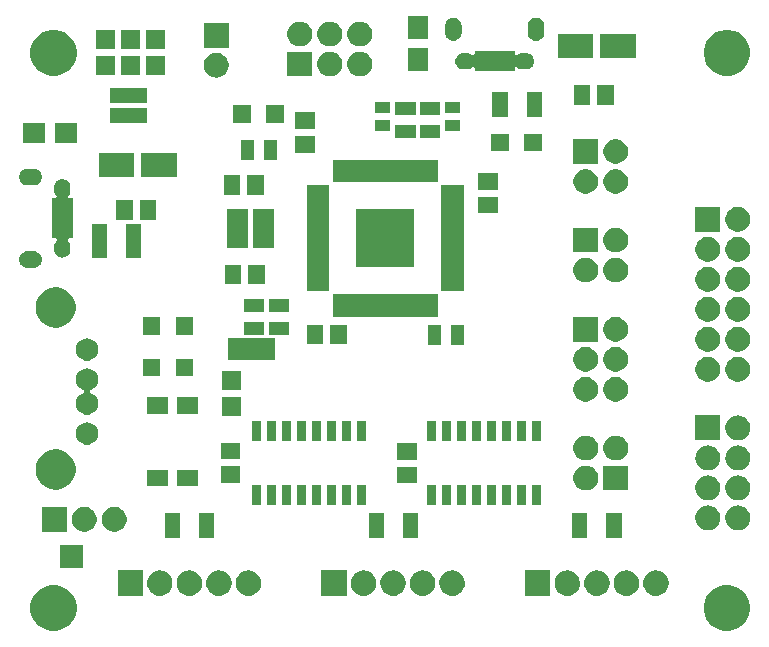
<source format=gts>
G04 #@! TF.GenerationSoftware,KiCad,Pcbnew,5.1.5-52549c5~84~ubuntu18.04.1*
G04 #@! TF.CreationDate,2020-01-13T18:21:35+00:00*
G04 #@! TF.ProjectId,sangaboard_v0.3,73616e67-6162-46f6-9172-645f76302e33,0.3*
G04 #@! TF.SameCoordinates,Original*
G04 #@! TF.FileFunction,Soldermask,Top*
G04 #@! TF.FilePolarity,Negative*
%FSLAX46Y46*%
G04 Gerber Fmt 4.6, Leading zero omitted, Abs format (unit mm)*
G04 Created by KiCad (PCBNEW 5.1.5-52549c5~84~ubuntu18.04.1) date 2020-01-13 18:21:35*
%MOMM*%
%LPD*%
G04 APERTURE LIST*
%ADD10C,0.100000*%
G04 APERTURE END LIST*
D10*
G36*
X161568793Y-94124937D02*
G01*
X161923670Y-94271932D01*
X162243052Y-94485336D01*
X162514664Y-94756948D01*
X162728068Y-95076330D01*
X162875063Y-95431207D01*
X162950000Y-95807940D01*
X162950000Y-96192060D01*
X162875063Y-96568793D01*
X162728068Y-96923670D01*
X162514664Y-97243052D01*
X162243052Y-97514664D01*
X161923670Y-97728068D01*
X161568793Y-97875063D01*
X161192060Y-97950000D01*
X160807940Y-97950000D01*
X160431207Y-97875063D01*
X160076330Y-97728068D01*
X159756948Y-97514664D01*
X159485336Y-97243052D01*
X159271932Y-96923670D01*
X159124937Y-96568793D01*
X159050000Y-96192060D01*
X159050000Y-95807940D01*
X159124937Y-95431207D01*
X159271932Y-95076330D01*
X159485336Y-94756948D01*
X159756948Y-94485336D01*
X160076330Y-94271932D01*
X160431207Y-94124937D01*
X160807940Y-94050000D01*
X161192060Y-94050000D01*
X161568793Y-94124937D01*
G37*
G36*
X104568793Y-94124937D02*
G01*
X104923670Y-94271932D01*
X105243052Y-94485336D01*
X105514664Y-94756948D01*
X105728068Y-95076330D01*
X105875063Y-95431207D01*
X105950000Y-95807940D01*
X105950000Y-96192060D01*
X105875063Y-96568793D01*
X105728068Y-96923670D01*
X105514664Y-97243052D01*
X105243052Y-97514664D01*
X104923670Y-97728068D01*
X104568793Y-97875063D01*
X104192060Y-97950000D01*
X103807940Y-97950000D01*
X103431207Y-97875063D01*
X103076330Y-97728068D01*
X102756948Y-97514664D01*
X102485336Y-97243052D01*
X102271932Y-96923670D01*
X102124937Y-96568793D01*
X102050000Y-96192060D01*
X102050000Y-95807940D01*
X102124937Y-95431207D01*
X102271932Y-95076330D01*
X102485336Y-94756948D01*
X102756948Y-94485336D01*
X103076330Y-94271932D01*
X103431207Y-94124937D01*
X103807940Y-94050000D01*
X104192060Y-94050000D01*
X104568793Y-94124937D01*
G37*
G36*
X155209722Y-92845656D02*
G01*
X155313566Y-92866312D01*
X155370866Y-92890047D01*
X155509203Y-92947347D01*
X155685272Y-93064993D01*
X155835007Y-93214728D01*
X155952653Y-93390797D01*
X156009953Y-93529134D01*
X156033688Y-93586434D01*
X156075000Y-93794122D01*
X156075000Y-94005878D01*
X156051318Y-94124937D01*
X156033688Y-94213565D01*
X155952653Y-94409203D01*
X155835007Y-94585272D01*
X155685272Y-94735007D01*
X155509203Y-94852653D01*
X155370866Y-94909953D01*
X155313566Y-94933688D01*
X155209722Y-94954344D01*
X155105879Y-94975000D01*
X154894121Y-94975000D01*
X154790278Y-94954344D01*
X154686434Y-94933688D01*
X154629134Y-94909953D01*
X154490797Y-94852653D01*
X154314728Y-94735007D01*
X154164993Y-94585272D01*
X154047347Y-94409203D01*
X153966312Y-94213565D01*
X153948683Y-94124937D01*
X153925000Y-94005878D01*
X153925000Y-93794122D01*
X153966312Y-93586434D01*
X153990047Y-93529134D01*
X154047347Y-93390797D01*
X154164993Y-93214728D01*
X154314728Y-93064993D01*
X154490797Y-92947347D01*
X154629134Y-92890047D01*
X154686434Y-92866312D01*
X154790278Y-92845656D01*
X154894121Y-92825000D01*
X155105879Y-92825000D01*
X155209722Y-92845656D01*
G37*
G36*
X120709722Y-92845656D02*
G01*
X120813566Y-92866312D01*
X120870866Y-92890047D01*
X121009203Y-92947347D01*
X121185272Y-93064993D01*
X121335007Y-93214728D01*
X121452653Y-93390797D01*
X121509953Y-93529134D01*
X121533688Y-93586434D01*
X121575000Y-93794122D01*
X121575000Y-94005878D01*
X121551318Y-94124937D01*
X121533688Y-94213565D01*
X121452653Y-94409203D01*
X121335007Y-94585272D01*
X121185272Y-94735007D01*
X121009203Y-94852653D01*
X120870866Y-94909953D01*
X120813566Y-94933688D01*
X120709722Y-94954344D01*
X120605879Y-94975000D01*
X120394121Y-94975000D01*
X120290278Y-94954344D01*
X120186434Y-94933688D01*
X120129134Y-94909953D01*
X119990797Y-94852653D01*
X119814728Y-94735007D01*
X119664993Y-94585272D01*
X119547347Y-94409203D01*
X119466312Y-94213565D01*
X119448683Y-94124937D01*
X119425000Y-94005878D01*
X119425000Y-93794122D01*
X119466312Y-93586434D01*
X119490047Y-93529134D01*
X119547347Y-93390797D01*
X119664993Y-93214728D01*
X119814728Y-93064993D01*
X119990797Y-92947347D01*
X120129134Y-92890047D01*
X120186434Y-92866312D01*
X120290278Y-92845656D01*
X120394121Y-92825000D01*
X120605879Y-92825000D01*
X120709722Y-92845656D01*
G37*
G36*
X118209722Y-92845656D02*
G01*
X118313566Y-92866312D01*
X118370866Y-92890047D01*
X118509203Y-92947347D01*
X118685272Y-93064993D01*
X118835007Y-93214728D01*
X118952653Y-93390797D01*
X119009953Y-93529134D01*
X119033688Y-93586434D01*
X119075000Y-93794122D01*
X119075000Y-94005878D01*
X119051318Y-94124937D01*
X119033688Y-94213565D01*
X118952653Y-94409203D01*
X118835007Y-94585272D01*
X118685272Y-94735007D01*
X118509203Y-94852653D01*
X118370866Y-94909953D01*
X118313566Y-94933688D01*
X118209722Y-94954344D01*
X118105879Y-94975000D01*
X117894121Y-94975000D01*
X117790278Y-94954344D01*
X117686434Y-94933688D01*
X117629134Y-94909953D01*
X117490797Y-94852653D01*
X117314728Y-94735007D01*
X117164993Y-94585272D01*
X117047347Y-94409203D01*
X116966312Y-94213565D01*
X116948683Y-94124937D01*
X116925000Y-94005878D01*
X116925000Y-93794122D01*
X116966312Y-93586434D01*
X116990047Y-93529134D01*
X117047347Y-93390797D01*
X117164993Y-93214728D01*
X117314728Y-93064993D01*
X117490797Y-92947347D01*
X117629134Y-92890047D01*
X117686434Y-92866312D01*
X117790278Y-92845656D01*
X117894121Y-92825000D01*
X118105879Y-92825000D01*
X118209722Y-92845656D01*
G37*
G36*
X115709722Y-92845656D02*
G01*
X115813566Y-92866312D01*
X115870866Y-92890047D01*
X116009203Y-92947347D01*
X116185272Y-93064993D01*
X116335007Y-93214728D01*
X116452653Y-93390797D01*
X116509953Y-93529134D01*
X116533688Y-93586434D01*
X116575000Y-93794122D01*
X116575000Y-94005878D01*
X116551318Y-94124937D01*
X116533688Y-94213565D01*
X116452653Y-94409203D01*
X116335007Y-94585272D01*
X116185272Y-94735007D01*
X116009203Y-94852653D01*
X115870866Y-94909953D01*
X115813566Y-94933688D01*
X115709722Y-94954344D01*
X115605879Y-94975000D01*
X115394121Y-94975000D01*
X115290278Y-94954344D01*
X115186434Y-94933688D01*
X115129134Y-94909953D01*
X114990797Y-94852653D01*
X114814728Y-94735007D01*
X114664993Y-94585272D01*
X114547347Y-94409203D01*
X114466312Y-94213565D01*
X114448683Y-94124937D01*
X114425000Y-94005878D01*
X114425000Y-93794122D01*
X114466312Y-93586434D01*
X114490047Y-93529134D01*
X114547347Y-93390797D01*
X114664993Y-93214728D01*
X114814728Y-93064993D01*
X114990797Y-92947347D01*
X115129134Y-92890047D01*
X115186434Y-92866312D01*
X115290278Y-92845656D01*
X115394121Y-92825000D01*
X115605879Y-92825000D01*
X115709722Y-92845656D01*
G37*
G36*
X113209722Y-92845656D02*
G01*
X113313566Y-92866312D01*
X113370866Y-92890047D01*
X113509203Y-92947347D01*
X113685272Y-93064993D01*
X113835007Y-93214728D01*
X113952653Y-93390797D01*
X114009953Y-93529134D01*
X114033688Y-93586434D01*
X114075000Y-93794122D01*
X114075000Y-94005878D01*
X114051318Y-94124937D01*
X114033688Y-94213565D01*
X113952653Y-94409203D01*
X113835007Y-94585272D01*
X113685272Y-94735007D01*
X113509203Y-94852653D01*
X113370866Y-94909953D01*
X113313566Y-94933688D01*
X113209722Y-94954344D01*
X113105879Y-94975000D01*
X112894121Y-94975000D01*
X112790278Y-94954344D01*
X112686434Y-94933688D01*
X112629134Y-94909953D01*
X112490797Y-94852653D01*
X112314728Y-94735007D01*
X112164993Y-94585272D01*
X112047347Y-94409203D01*
X111966312Y-94213565D01*
X111948683Y-94124937D01*
X111925000Y-94005878D01*
X111925000Y-93794122D01*
X111966312Y-93586434D01*
X111990047Y-93529134D01*
X112047347Y-93390797D01*
X112164993Y-93214728D01*
X112314728Y-93064993D01*
X112490797Y-92947347D01*
X112629134Y-92890047D01*
X112686434Y-92866312D01*
X112790278Y-92845656D01*
X112894121Y-92825000D01*
X113105879Y-92825000D01*
X113209722Y-92845656D01*
G37*
G36*
X111575000Y-94975000D02*
G01*
X109425000Y-94975000D01*
X109425000Y-92825000D01*
X111575000Y-92825000D01*
X111575000Y-94975000D01*
G37*
G36*
X137959722Y-92845656D02*
G01*
X138063566Y-92866312D01*
X138120866Y-92890047D01*
X138259203Y-92947347D01*
X138435272Y-93064993D01*
X138585007Y-93214728D01*
X138702653Y-93390797D01*
X138759953Y-93529134D01*
X138783688Y-93586434D01*
X138825000Y-93794122D01*
X138825000Y-94005878D01*
X138801318Y-94124937D01*
X138783688Y-94213565D01*
X138702653Y-94409203D01*
X138585007Y-94585272D01*
X138435272Y-94735007D01*
X138259203Y-94852653D01*
X138120866Y-94909953D01*
X138063566Y-94933688D01*
X137959722Y-94954344D01*
X137855879Y-94975000D01*
X137644121Y-94975000D01*
X137540278Y-94954344D01*
X137436434Y-94933688D01*
X137379134Y-94909953D01*
X137240797Y-94852653D01*
X137064728Y-94735007D01*
X136914993Y-94585272D01*
X136797347Y-94409203D01*
X136716312Y-94213565D01*
X136698683Y-94124937D01*
X136675000Y-94005878D01*
X136675000Y-93794122D01*
X136716312Y-93586434D01*
X136740047Y-93529134D01*
X136797347Y-93390797D01*
X136914993Y-93214728D01*
X137064728Y-93064993D01*
X137240797Y-92947347D01*
X137379134Y-92890047D01*
X137436434Y-92866312D01*
X137540278Y-92845656D01*
X137644121Y-92825000D01*
X137855879Y-92825000D01*
X137959722Y-92845656D01*
G37*
G36*
X135459722Y-92845656D02*
G01*
X135563566Y-92866312D01*
X135620866Y-92890047D01*
X135759203Y-92947347D01*
X135935272Y-93064993D01*
X136085007Y-93214728D01*
X136202653Y-93390797D01*
X136259953Y-93529134D01*
X136283688Y-93586434D01*
X136325000Y-93794122D01*
X136325000Y-94005878D01*
X136301318Y-94124937D01*
X136283688Y-94213565D01*
X136202653Y-94409203D01*
X136085007Y-94585272D01*
X135935272Y-94735007D01*
X135759203Y-94852653D01*
X135620866Y-94909953D01*
X135563566Y-94933688D01*
X135459722Y-94954344D01*
X135355879Y-94975000D01*
X135144121Y-94975000D01*
X135040278Y-94954344D01*
X134936434Y-94933688D01*
X134879134Y-94909953D01*
X134740797Y-94852653D01*
X134564728Y-94735007D01*
X134414993Y-94585272D01*
X134297347Y-94409203D01*
X134216312Y-94213565D01*
X134198683Y-94124937D01*
X134175000Y-94005878D01*
X134175000Y-93794122D01*
X134216312Y-93586434D01*
X134240047Y-93529134D01*
X134297347Y-93390797D01*
X134414993Y-93214728D01*
X134564728Y-93064993D01*
X134740797Y-92947347D01*
X134879134Y-92890047D01*
X134936434Y-92866312D01*
X135040278Y-92845656D01*
X135144121Y-92825000D01*
X135355879Y-92825000D01*
X135459722Y-92845656D01*
G37*
G36*
X130459722Y-92845656D02*
G01*
X130563566Y-92866312D01*
X130620866Y-92890047D01*
X130759203Y-92947347D01*
X130935272Y-93064993D01*
X131085007Y-93214728D01*
X131202653Y-93390797D01*
X131259953Y-93529134D01*
X131283688Y-93586434D01*
X131325000Y-93794122D01*
X131325000Y-94005878D01*
X131301318Y-94124937D01*
X131283688Y-94213565D01*
X131202653Y-94409203D01*
X131085007Y-94585272D01*
X130935272Y-94735007D01*
X130759203Y-94852653D01*
X130620866Y-94909953D01*
X130563566Y-94933688D01*
X130459722Y-94954344D01*
X130355879Y-94975000D01*
X130144121Y-94975000D01*
X130040278Y-94954344D01*
X129936434Y-94933688D01*
X129879134Y-94909953D01*
X129740797Y-94852653D01*
X129564728Y-94735007D01*
X129414993Y-94585272D01*
X129297347Y-94409203D01*
X129216312Y-94213565D01*
X129198683Y-94124937D01*
X129175000Y-94005878D01*
X129175000Y-93794122D01*
X129216312Y-93586434D01*
X129240047Y-93529134D01*
X129297347Y-93390797D01*
X129414993Y-93214728D01*
X129564728Y-93064993D01*
X129740797Y-92947347D01*
X129879134Y-92890047D01*
X129936434Y-92866312D01*
X130040278Y-92845656D01*
X130144121Y-92825000D01*
X130355879Y-92825000D01*
X130459722Y-92845656D01*
G37*
G36*
X128825000Y-94975000D02*
G01*
X126675000Y-94975000D01*
X126675000Y-92825000D01*
X128825000Y-92825000D01*
X128825000Y-94975000D01*
G37*
G36*
X146075000Y-94975000D02*
G01*
X143925000Y-94975000D01*
X143925000Y-92825000D01*
X146075000Y-92825000D01*
X146075000Y-94975000D01*
G37*
G36*
X147709722Y-92845656D02*
G01*
X147813566Y-92866312D01*
X147870866Y-92890047D01*
X148009203Y-92947347D01*
X148185272Y-93064993D01*
X148335007Y-93214728D01*
X148452653Y-93390797D01*
X148509953Y-93529134D01*
X148533688Y-93586434D01*
X148575000Y-93794122D01*
X148575000Y-94005878D01*
X148551318Y-94124937D01*
X148533688Y-94213565D01*
X148452653Y-94409203D01*
X148335007Y-94585272D01*
X148185272Y-94735007D01*
X148009203Y-94852653D01*
X147870866Y-94909953D01*
X147813566Y-94933688D01*
X147709722Y-94954344D01*
X147605879Y-94975000D01*
X147394121Y-94975000D01*
X147290278Y-94954344D01*
X147186434Y-94933688D01*
X147129134Y-94909953D01*
X146990797Y-94852653D01*
X146814728Y-94735007D01*
X146664993Y-94585272D01*
X146547347Y-94409203D01*
X146466312Y-94213565D01*
X146448683Y-94124937D01*
X146425000Y-94005878D01*
X146425000Y-93794122D01*
X146466312Y-93586434D01*
X146490047Y-93529134D01*
X146547347Y-93390797D01*
X146664993Y-93214728D01*
X146814728Y-93064993D01*
X146990797Y-92947347D01*
X147129134Y-92890047D01*
X147186434Y-92866312D01*
X147290278Y-92845656D01*
X147394121Y-92825000D01*
X147605879Y-92825000D01*
X147709722Y-92845656D01*
G37*
G36*
X150209722Y-92845656D02*
G01*
X150313566Y-92866312D01*
X150370866Y-92890047D01*
X150509203Y-92947347D01*
X150685272Y-93064993D01*
X150835007Y-93214728D01*
X150952653Y-93390797D01*
X151009953Y-93529134D01*
X151033688Y-93586434D01*
X151075000Y-93794122D01*
X151075000Y-94005878D01*
X151051318Y-94124937D01*
X151033688Y-94213565D01*
X150952653Y-94409203D01*
X150835007Y-94585272D01*
X150685272Y-94735007D01*
X150509203Y-94852653D01*
X150370866Y-94909953D01*
X150313566Y-94933688D01*
X150209722Y-94954344D01*
X150105879Y-94975000D01*
X149894121Y-94975000D01*
X149790278Y-94954344D01*
X149686434Y-94933688D01*
X149629134Y-94909953D01*
X149490797Y-94852653D01*
X149314728Y-94735007D01*
X149164993Y-94585272D01*
X149047347Y-94409203D01*
X148966312Y-94213565D01*
X148948683Y-94124937D01*
X148925000Y-94005878D01*
X148925000Y-93794122D01*
X148966312Y-93586434D01*
X148990047Y-93529134D01*
X149047347Y-93390797D01*
X149164993Y-93214728D01*
X149314728Y-93064993D01*
X149490797Y-92947347D01*
X149629134Y-92890047D01*
X149686434Y-92866312D01*
X149790278Y-92845656D01*
X149894121Y-92825000D01*
X150105879Y-92825000D01*
X150209722Y-92845656D01*
G37*
G36*
X152709722Y-92845656D02*
G01*
X152813566Y-92866312D01*
X152870866Y-92890047D01*
X153009203Y-92947347D01*
X153185272Y-93064993D01*
X153335007Y-93214728D01*
X153452653Y-93390797D01*
X153509953Y-93529134D01*
X153533688Y-93586434D01*
X153575000Y-93794122D01*
X153575000Y-94005878D01*
X153551318Y-94124937D01*
X153533688Y-94213565D01*
X153452653Y-94409203D01*
X153335007Y-94585272D01*
X153185272Y-94735007D01*
X153009203Y-94852653D01*
X152870866Y-94909953D01*
X152813566Y-94933688D01*
X152709722Y-94954344D01*
X152605879Y-94975000D01*
X152394121Y-94975000D01*
X152290278Y-94954344D01*
X152186434Y-94933688D01*
X152129134Y-94909953D01*
X151990797Y-94852653D01*
X151814728Y-94735007D01*
X151664993Y-94585272D01*
X151547347Y-94409203D01*
X151466312Y-94213565D01*
X151448683Y-94124937D01*
X151425000Y-94005878D01*
X151425000Y-93794122D01*
X151466312Y-93586434D01*
X151490047Y-93529134D01*
X151547347Y-93390797D01*
X151664993Y-93214728D01*
X151814728Y-93064993D01*
X151990797Y-92947347D01*
X152129134Y-92890047D01*
X152186434Y-92866312D01*
X152290278Y-92845656D01*
X152394121Y-92825000D01*
X152605879Y-92825000D01*
X152709722Y-92845656D01*
G37*
G36*
X132959722Y-92845656D02*
G01*
X133063566Y-92866312D01*
X133120866Y-92890047D01*
X133259203Y-92947347D01*
X133435272Y-93064993D01*
X133585007Y-93214728D01*
X133702653Y-93390797D01*
X133759953Y-93529134D01*
X133783688Y-93586434D01*
X133825000Y-93794122D01*
X133825000Y-94005878D01*
X133801318Y-94124937D01*
X133783688Y-94213565D01*
X133702653Y-94409203D01*
X133585007Y-94585272D01*
X133435272Y-94735007D01*
X133259203Y-94852653D01*
X133120866Y-94909953D01*
X133063566Y-94933688D01*
X132959722Y-94954344D01*
X132855879Y-94975000D01*
X132644121Y-94975000D01*
X132540278Y-94954344D01*
X132436434Y-94933688D01*
X132379134Y-94909953D01*
X132240797Y-94852653D01*
X132064728Y-94735007D01*
X131914993Y-94585272D01*
X131797347Y-94409203D01*
X131716312Y-94213565D01*
X131698683Y-94124937D01*
X131675000Y-94005878D01*
X131675000Y-93794122D01*
X131716312Y-93586434D01*
X131740047Y-93529134D01*
X131797347Y-93390797D01*
X131914993Y-93214728D01*
X132064728Y-93064993D01*
X132240797Y-92947347D01*
X132379134Y-92890047D01*
X132436434Y-92866312D01*
X132540278Y-92845656D01*
X132644121Y-92825000D01*
X132855879Y-92825000D01*
X132959722Y-92845656D01*
G37*
G36*
X106490000Y-92610000D02*
G01*
X104590000Y-92610000D01*
X104590000Y-90710000D01*
X106490000Y-90710000D01*
X106490000Y-92610000D01*
G37*
G36*
X114700000Y-90050000D02*
G01*
X113400000Y-90050000D01*
X113400000Y-87950000D01*
X114700000Y-87950000D01*
X114700000Y-90050000D01*
G37*
G36*
X152100000Y-90050000D02*
G01*
X150800000Y-90050000D01*
X150800000Y-87950000D01*
X152100000Y-87950000D01*
X152100000Y-90050000D01*
G37*
G36*
X117600000Y-90050000D02*
G01*
X116300000Y-90050000D01*
X116300000Y-87950000D01*
X117600000Y-87950000D01*
X117600000Y-90050000D01*
G37*
G36*
X149200000Y-90050000D02*
G01*
X147900000Y-90050000D01*
X147900000Y-87950000D01*
X149200000Y-87950000D01*
X149200000Y-90050000D01*
G37*
G36*
X134900000Y-90050000D02*
G01*
X133600000Y-90050000D01*
X133600000Y-87950000D01*
X134900000Y-87950000D01*
X134900000Y-90050000D01*
G37*
G36*
X132000000Y-90050000D02*
G01*
X130700000Y-90050000D01*
X130700000Y-87950000D01*
X132000000Y-87950000D01*
X132000000Y-90050000D01*
G37*
G36*
X109268687Y-87455027D02*
G01*
X109446274Y-87490350D01*
X109637362Y-87569502D01*
X109809336Y-87684411D01*
X109955589Y-87830664D01*
X110070498Y-88002638D01*
X110149650Y-88193726D01*
X110190000Y-88396584D01*
X110190000Y-88603416D01*
X110149650Y-88806274D01*
X110070498Y-88997362D01*
X109955589Y-89169336D01*
X109809336Y-89315589D01*
X109637362Y-89430498D01*
X109446274Y-89509650D01*
X109268687Y-89544973D01*
X109243417Y-89550000D01*
X109036583Y-89550000D01*
X109011313Y-89544973D01*
X108833726Y-89509650D01*
X108642638Y-89430498D01*
X108470664Y-89315589D01*
X108324411Y-89169336D01*
X108209502Y-88997362D01*
X108130350Y-88806274D01*
X108090000Y-88603416D01*
X108090000Y-88396584D01*
X108130350Y-88193726D01*
X108209502Y-88002638D01*
X108324411Y-87830664D01*
X108470664Y-87684411D01*
X108642638Y-87569502D01*
X108833726Y-87490350D01*
X109011313Y-87455027D01*
X109036583Y-87450000D01*
X109243417Y-87450000D01*
X109268687Y-87455027D01*
G37*
G36*
X106728687Y-87455027D02*
G01*
X106906274Y-87490350D01*
X107097362Y-87569502D01*
X107269336Y-87684411D01*
X107415589Y-87830664D01*
X107530498Y-88002638D01*
X107609650Y-88193726D01*
X107650000Y-88396584D01*
X107650000Y-88603416D01*
X107609650Y-88806274D01*
X107530498Y-88997362D01*
X107415589Y-89169336D01*
X107269336Y-89315589D01*
X107097362Y-89430498D01*
X106906274Y-89509650D01*
X106728687Y-89544973D01*
X106703417Y-89550000D01*
X106496583Y-89550000D01*
X106471313Y-89544973D01*
X106293726Y-89509650D01*
X106102638Y-89430498D01*
X105930664Y-89315589D01*
X105784411Y-89169336D01*
X105669502Y-88997362D01*
X105590350Y-88806274D01*
X105550000Y-88603416D01*
X105550000Y-88396584D01*
X105590350Y-88193726D01*
X105669502Y-88002638D01*
X105784411Y-87830664D01*
X105930664Y-87684411D01*
X106102638Y-87569502D01*
X106293726Y-87490350D01*
X106471313Y-87455027D01*
X106496583Y-87450000D01*
X106703417Y-87450000D01*
X106728687Y-87455027D01*
G37*
G36*
X105110000Y-89550000D02*
G01*
X103010000Y-89550000D01*
X103010000Y-87450000D01*
X105110000Y-87450000D01*
X105110000Y-89550000D01*
G37*
G36*
X159528687Y-87325027D02*
G01*
X159706274Y-87360350D01*
X159897362Y-87439502D01*
X160069336Y-87554411D01*
X160215589Y-87700664D01*
X160330498Y-87872638D01*
X160409650Y-88063726D01*
X160450000Y-88266584D01*
X160450000Y-88473416D01*
X160409650Y-88676274D01*
X160330498Y-88867362D01*
X160215589Y-89039336D01*
X160069336Y-89185589D01*
X159897362Y-89300498D01*
X159706274Y-89379650D01*
X159528687Y-89414973D01*
X159503417Y-89420000D01*
X159296583Y-89420000D01*
X159271313Y-89414973D01*
X159093726Y-89379650D01*
X158902638Y-89300498D01*
X158730664Y-89185589D01*
X158584411Y-89039336D01*
X158469502Y-88867362D01*
X158390350Y-88676274D01*
X158350000Y-88473416D01*
X158350000Y-88266584D01*
X158390350Y-88063726D01*
X158469502Y-87872638D01*
X158584411Y-87700664D01*
X158730664Y-87554411D01*
X158902638Y-87439502D01*
X159093726Y-87360350D01*
X159271313Y-87325027D01*
X159296583Y-87320000D01*
X159503417Y-87320000D01*
X159528687Y-87325027D01*
G37*
G36*
X162068687Y-87325027D02*
G01*
X162246274Y-87360350D01*
X162437362Y-87439502D01*
X162609336Y-87554411D01*
X162755589Y-87700664D01*
X162870498Y-87872638D01*
X162949650Y-88063726D01*
X162990000Y-88266584D01*
X162990000Y-88473416D01*
X162949650Y-88676274D01*
X162870498Y-88867362D01*
X162755589Y-89039336D01*
X162609336Y-89185589D01*
X162437362Y-89300498D01*
X162246274Y-89379650D01*
X162068687Y-89414973D01*
X162043417Y-89420000D01*
X161836583Y-89420000D01*
X161811313Y-89414973D01*
X161633726Y-89379650D01*
X161442638Y-89300498D01*
X161270664Y-89185589D01*
X161124411Y-89039336D01*
X161009502Y-88867362D01*
X160930350Y-88676274D01*
X160890000Y-88473416D01*
X160890000Y-88266584D01*
X160930350Y-88063726D01*
X161009502Y-87872638D01*
X161124411Y-87700664D01*
X161270664Y-87554411D01*
X161442638Y-87439502D01*
X161633726Y-87360350D01*
X161811313Y-87325027D01*
X161836583Y-87320000D01*
X162043417Y-87320000D01*
X162068687Y-87325027D01*
G37*
G36*
X145260000Y-87245000D02*
G01*
X144520000Y-87245000D01*
X144520000Y-85555000D01*
X145260000Y-85555000D01*
X145260000Y-87245000D01*
G37*
G36*
X125370000Y-87245000D02*
G01*
X124630000Y-87245000D01*
X124630000Y-85555000D01*
X125370000Y-85555000D01*
X125370000Y-87245000D01*
G37*
G36*
X121560000Y-87245000D02*
G01*
X120820000Y-87245000D01*
X120820000Y-85555000D01*
X121560000Y-85555000D01*
X121560000Y-87245000D01*
G37*
G36*
X122830000Y-87245000D02*
G01*
X122090000Y-87245000D01*
X122090000Y-85555000D01*
X122830000Y-85555000D01*
X122830000Y-87245000D01*
G37*
G36*
X124100000Y-87245000D02*
G01*
X123360000Y-87245000D01*
X123360000Y-85555000D01*
X124100000Y-85555000D01*
X124100000Y-87245000D01*
G37*
G36*
X136370000Y-87245000D02*
G01*
X135630000Y-87245000D01*
X135630000Y-85555000D01*
X136370000Y-85555000D01*
X136370000Y-87245000D01*
G37*
G36*
X137640000Y-87245000D02*
G01*
X136900000Y-87245000D01*
X136900000Y-85555000D01*
X137640000Y-85555000D01*
X137640000Y-87245000D01*
G37*
G36*
X140180000Y-87245000D02*
G01*
X139440000Y-87245000D01*
X139440000Y-85555000D01*
X140180000Y-85555000D01*
X140180000Y-87245000D01*
G37*
G36*
X141450000Y-87245000D02*
G01*
X140710000Y-87245000D01*
X140710000Y-85555000D01*
X141450000Y-85555000D01*
X141450000Y-87245000D01*
G37*
G36*
X142720000Y-87245000D02*
G01*
X141980000Y-87245000D01*
X141980000Y-85555000D01*
X142720000Y-85555000D01*
X142720000Y-87245000D01*
G37*
G36*
X130450000Y-87245000D02*
G01*
X129710000Y-87245000D01*
X129710000Y-85555000D01*
X130450000Y-85555000D01*
X130450000Y-87245000D01*
G37*
G36*
X129180000Y-87245000D02*
G01*
X128440000Y-87245000D01*
X128440000Y-85555000D01*
X129180000Y-85555000D01*
X129180000Y-87245000D01*
G37*
G36*
X127910000Y-87245000D02*
G01*
X127170000Y-87245000D01*
X127170000Y-85555000D01*
X127910000Y-85555000D01*
X127910000Y-87245000D01*
G37*
G36*
X126640000Y-87245000D02*
G01*
X125900000Y-87245000D01*
X125900000Y-85555000D01*
X126640000Y-85555000D01*
X126640000Y-87245000D01*
G37*
G36*
X138910000Y-87245000D02*
G01*
X138170000Y-87245000D01*
X138170000Y-85555000D01*
X138910000Y-85555000D01*
X138910000Y-87245000D01*
G37*
G36*
X143990000Y-87245000D02*
G01*
X143250000Y-87245000D01*
X143250000Y-85555000D01*
X143990000Y-85555000D01*
X143990000Y-87245000D01*
G37*
G36*
X159528687Y-84785027D02*
G01*
X159706274Y-84820350D01*
X159897362Y-84899502D01*
X160069336Y-85014411D01*
X160215589Y-85160664D01*
X160330498Y-85332638D01*
X160409650Y-85523726D01*
X160450000Y-85726584D01*
X160450000Y-85933416D01*
X160409650Y-86136274D01*
X160330498Y-86327362D01*
X160215589Y-86499336D01*
X160069336Y-86645589D01*
X159897362Y-86760498D01*
X159706274Y-86839650D01*
X159528687Y-86874973D01*
X159503417Y-86880000D01*
X159296583Y-86880000D01*
X159271313Y-86874973D01*
X159093726Y-86839650D01*
X158902638Y-86760498D01*
X158730664Y-86645589D01*
X158584411Y-86499336D01*
X158469502Y-86327362D01*
X158390350Y-86136274D01*
X158350000Y-85933416D01*
X158350000Y-85726584D01*
X158390350Y-85523726D01*
X158469502Y-85332638D01*
X158584411Y-85160664D01*
X158730664Y-85014411D01*
X158902638Y-84899502D01*
X159093726Y-84820350D01*
X159271313Y-84785027D01*
X159296583Y-84780000D01*
X159503417Y-84780000D01*
X159528687Y-84785027D01*
G37*
G36*
X162068687Y-84785027D02*
G01*
X162246274Y-84820350D01*
X162437362Y-84899502D01*
X162609336Y-85014411D01*
X162755589Y-85160664D01*
X162870498Y-85332638D01*
X162949650Y-85523726D01*
X162990000Y-85726584D01*
X162990000Y-85933416D01*
X162949650Y-86136274D01*
X162870498Y-86327362D01*
X162755589Y-86499336D01*
X162609336Y-86645589D01*
X162437362Y-86760498D01*
X162246274Y-86839650D01*
X162068687Y-86874973D01*
X162043417Y-86880000D01*
X161836583Y-86880000D01*
X161811313Y-86874973D01*
X161633726Y-86839650D01*
X161442638Y-86760498D01*
X161270664Y-86645589D01*
X161124411Y-86499336D01*
X161009502Y-86327362D01*
X160930350Y-86136274D01*
X160890000Y-85933416D01*
X160890000Y-85726584D01*
X160930350Y-85523726D01*
X161009502Y-85332638D01*
X161124411Y-85160664D01*
X161270664Y-85014411D01*
X161442638Y-84899502D01*
X161633726Y-84820350D01*
X161811313Y-84785027D01*
X161836583Y-84780000D01*
X162043417Y-84780000D01*
X162068687Y-84785027D01*
G37*
G36*
X152650000Y-86040000D02*
G01*
X150550000Y-86040000D01*
X150550000Y-83940000D01*
X152650000Y-83940000D01*
X152650000Y-86040000D01*
G37*
G36*
X149188687Y-83945027D02*
G01*
X149366274Y-83980350D01*
X149557362Y-84059502D01*
X149729336Y-84174411D01*
X149875589Y-84320664D01*
X149990498Y-84492638D01*
X150069650Y-84683726D01*
X150110000Y-84886584D01*
X150110000Y-85093416D01*
X150069650Y-85296274D01*
X149990498Y-85487362D01*
X149875589Y-85659336D01*
X149729336Y-85805589D01*
X149557362Y-85920498D01*
X149366274Y-85999650D01*
X149188687Y-86034973D01*
X149163417Y-86040000D01*
X148956583Y-86040000D01*
X148931313Y-86034973D01*
X148753726Y-85999650D01*
X148562638Y-85920498D01*
X148390664Y-85805589D01*
X148244411Y-85659336D01*
X148129502Y-85487362D01*
X148050350Y-85296274D01*
X148010000Y-85093416D01*
X148010000Y-84886584D01*
X148050350Y-84683726D01*
X148129502Y-84492638D01*
X148244411Y-84320664D01*
X148390664Y-84174411D01*
X148562638Y-84059502D01*
X148753726Y-83980350D01*
X148931313Y-83945027D01*
X148956583Y-83940000D01*
X149163417Y-83940000D01*
X149188687Y-83945027D01*
G37*
G36*
X104511653Y-82612665D02*
G01*
X104675872Y-82645330D01*
X104985252Y-82773479D01*
X105263687Y-82959523D01*
X105500477Y-83196313D01*
X105686521Y-83474748D01*
X105814670Y-83784128D01*
X105815313Y-83787362D01*
X105878613Y-84105589D01*
X105880000Y-84112565D01*
X105880000Y-84447435D01*
X105814670Y-84775872D01*
X105686521Y-85085252D01*
X105500477Y-85363687D01*
X105263687Y-85600477D01*
X104985252Y-85786521D01*
X104675872Y-85914670D01*
X104511654Y-85947335D01*
X104347437Y-85980000D01*
X104012563Y-85980000D01*
X103848346Y-85947335D01*
X103684128Y-85914670D01*
X103374748Y-85786521D01*
X103096313Y-85600477D01*
X102859523Y-85363687D01*
X102673479Y-85085252D01*
X102545330Y-84775872D01*
X102480000Y-84447435D01*
X102480000Y-84112565D01*
X102481388Y-84105589D01*
X102544687Y-83787362D01*
X102545330Y-83784128D01*
X102673479Y-83474748D01*
X102859523Y-83196313D01*
X103096313Y-82959523D01*
X103374748Y-82773479D01*
X103684128Y-82645330D01*
X103848347Y-82612665D01*
X104012563Y-82580000D01*
X104347437Y-82580000D01*
X104511653Y-82612665D01*
G37*
G36*
X113710000Y-85700000D02*
G01*
X111910000Y-85700000D01*
X111910000Y-84300000D01*
X113710000Y-84300000D01*
X113710000Y-85700000D01*
G37*
G36*
X116250000Y-85700000D02*
G01*
X114450000Y-85700000D01*
X114450000Y-84300000D01*
X116250000Y-84300000D01*
X116250000Y-85700000D01*
G37*
G36*
X134775000Y-85450000D02*
G01*
X133125000Y-85450000D01*
X133125000Y-84050000D01*
X134775000Y-84050000D01*
X134775000Y-85450000D01*
G37*
G36*
X119825000Y-85400000D02*
G01*
X118175000Y-85400000D01*
X118175000Y-84000000D01*
X119825000Y-84000000D01*
X119825000Y-85400000D01*
G37*
G36*
X162068687Y-82245027D02*
G01*
X162246274Y-82280350D01*
X162437362Y-82359502D01*
X162609336Y-82474411D01*
X162755589Y-82620664D01*
X162870498Y-82792638D01*
X162949650Y-82983726D01*
X162976624Y-83119336D01*
X162990000Y-83186583D01*
X162990000Y-83393417D01*
X162984973Y-83418687D01*
X162949650Y-83596274D01*
X162870498Y-83787362D01*
X162755589Y-83959336D01*
X162609336Y-84105589D01*
X162437362Y-84220498D01*
X162246274Y-84299650D01*
X162068687Y-84334973D01*
X162043417Y-84340000D01*
X161836583Y-84340000D01*
X161811313Y-84334973D01*
X161633726Y-84299650D01*
X161442638Y-84220498D01*
X161270664Y-84105589D01*
X161124411Y-83959336D01*
X161009502Y-83787362D01*
X160930350Y-83596274D01*
X160895027Y-83418687D01*
X160890000Y-83393417D01*
X160890000Y-83186583D01*
X160903376Y-83119336D01*
X160930350Y-82983726D01*
X161009502Y-82792638D01*
X161124411Y-82620664D01*
X161270664Y-82474411D01*
X161442638Y-82359502D01*
X161633726Y-82280350D01*
X161811313Y-82245027D01*
X161836583Y-82240000D01*
X162043417Y-82240000D01*
X162068687Y-82245027D01*
G37*
G36*
X159528687Y-82245027D02*
G01*
X159706274Y-82280350D01*
X159897362Y-82359502D01*
X160069336Y-82474411D01*
X160215589Y-82620664D01*
X160330498Y-82792638D01*
X160409650Y-82983726D01*
X160436624Y-83119336D01*
X160450000Y-83186583D01*
X160450000Y-83393417D01*
X160444973Y-83418687D01*
X160409650Y-83596274D01*
X160330498Y-83787362D01*
X160215589Y-83959336D01*
X160069336Y-84105589D01*
X159897362Y-84220498D01*
X159706274Y-84299650D01*
X159528687Y-84334973D01*
X159503417Y-84340000D01*
X159296583Y-84340000D01*
X159271313Y-84334973D01*
X159093726Y-84299650D01*
X158902638Y-84220498D01*
X158730664Y-84105589D01*
X158584411Y-83959336D01*
X158469502Y-83787362D01*
X158390350Y-83596274D01*
X158355027Y-83418687D01*
X158350000Y-83393417D01*
X158350000Y-83186583D01*
X158363376Y-83119336D01*
X158390350Y-82983726D01*
X158469502Y-82792638D01*
X158584411Y-82620664D01*
X158730664Y-82474411D01*
X158902638Y-82359502D01*
X159093726Y-82280350D01*
X159271313Y-82245027D01*
X159296583Y-82240000D01*
X159503417Y-82240000D01*
X159528687Y-82245027D01*
G37*
G36*
X151728687Y-81405027D02*
G01*
X151906274Y-81440350D01*
X152097362Y-81519502D01*
X152269336Y-81634411D01*
X152415589Y-81780664D01*
X152530498Y-81952638D01*
X152609650Y-82143726D01*
X152650000Y-82346584D01*
X152650000Y-82553416D01*
X152609650Y-82756274D01*
X152530498Y-82947362D01*
X152415589Y-83119336D01*
X152269336Y-83265589D01*
X152097362Y-83380498D01*
X151906274Y-83459650D01*
X151728687Y-83494973D01*
X151703417Y-83500000D01*
X151496583Y-83500000D01*
X151471313Y-83494973D01*
X151293726Y-83459650D01*
X151102638Y-83380498D01*
X150930664Y-83265589D01*
X150784411Y-83119336D01*
X150669502Y-82947362D01*
X150590350Y-82756274D01*
X150550000Y-82553416D01*
X150550000Y-82346584D01*
X150590350Y-82143726D01*
X150669502Y-81952638D01*
X150784411Y-81780664D01*
X150930664Y-81634411D01*
X151102638Y-81519502D01*
X151293726Y-81440350D01*
X151471313Y-81405027D01*
X151496583Y-81400000D01*
X151703417Y-81400000D01*
X151728687Y-81405027D01*
G37*
G36*
X149188687Y-81405027D02*
G01*
X149366274Y-81440350D01*
X149557362Y-81519502D01*
X149729336Y-81634411D01*
X149875589Y-81780664D01*
X149990498Y-81952638D01*
X150069650Y-82143726D01*
X150110000Y-82346584D01*
X150110000Y-82553416D01*
X150069650Y-82756274D01*
X149990498Y-82947362D01*
X149875589Y-83119336D01*
X149729336Y-83265589D01*
X149557362Y-83380498D01*
X149366274Y-83459650D01*
X149188687Y-83494973D01*
X149163417Y-83500000D01*
X148956583Y-83500000D01*
X148931313Y-83494973D01*
X148753726Y-83459650D01*
X148562638Y-83380498D01*
X148390664Y-83265589D01*
X148244411Y-83119336D01*
X148129502Y-82947362D01*
X148050350Y-82756274D01*
X148010000Y-82553416D01*
X148010000Y-82346584D01*
X148050350Y-82143726D01*
X148129502Y-81952638D01*
X148244411Y-81780664D01*
X148390664Y-81634411D01*
X148562638Y-81519502D01*
X148753726Y-81440350D01*
X148931313Y-81405027D01*
X148956583Y-81400000D01*
X149163417Y-81400000D01*
X149188687Y-81405027D01*
G37*
G36*
X134775000Y-83450000D02*
G01*
X133125000Y-83450000D01*
X133125000Y-82050000D01*
X134775000Y-82050000D01*
X134775000Y-83450000D01*
G37*
G36*
X119825000Y-83400000D02*
G01*
X118175000Y-83400000D01*
X118175000Y-82000000D01*
X119825000Y-82000000D01*
X119825000Y-83400000D01*
G37*
G36*
X107035336Y-80298254D02*
G01*
X107127105Y-80316508D01*
X107299994Y-80388121D01*
X107455590Y-80492087D01*
X107587913Y-80624410D01*
X107691879Y-80780006D01*
X107763492Y-80952895D01*
X107800000Y-81136433D01*
X107800000Y-81323567D01*
X107763492Y-81507105D01*
X107691879Y-81679994D01*
X107587913Y-81835590D01*
X107455590Y-81967913D01*
X107299994Y-82071879D01*
X107127105Y-82143492D01*
X107035336Y-82161746D01*
X106943568Y-82180000D01*
X106756432Y-82180000D01*
X106664664Y-82161746D01*
X106572895Y-82143492D01*
X106400006Y-82071879D01*
X106244410Y-81967913D01*
X106112087Y-81835590D01*
X106008121Y-81679994D01*
X105936508Y-81507105D01*
X105900000Y-81323567D01*
X105900000Y-81136433D01*
X105936508Y-80952895D01*
X106008121Y-80780006D01*
X106112087Y-80624410D01*
X106244410Y-80492087D01*
X106400006Y-80388121D01*
X106572895Y-80316508D01*
X106664664Y-80298254D01*
X106756432Y-80280000D01*
X106943568Y-80280000D01*
X107035336Y-80298254D01*
G37*
G36*
X145260000Y-81845000D02*
G01*
X144520000Y-81845000D01*
X144520000Y-80155000D01*
X145260000Y-80155000D01*
X145260000Y-81845000D01*
G37*
G36*
X143990000Y-81845000D02*
G01*
X143250000Y-81845000D01*
X143250000Y-80155000D01*
X143990000Y-80155000D01*
X143990000Y-81845000D01*
G37*
G36*
X141450000Y-81845000D02*
G01*
X140710000Y-81845000D01*
X140710000Y-80155000D01*
X141450000Y-80155000D01*
X141450000Y-81845000D01*
G37*
G36*
X140180000Y-81845000D02*
G01*
X139440000Y-81845000D01*
X139440000Y-80155000D01*
X140180000Y-80155000D01*
X140180000Y-81845000D01*
G37*
G36*
X138910000Y-81845000D02*
G01*
X138170000Y-81845000D01*
X138170000Y-80155000D01*
X138910000Y-80155000D01*
X138910000Y-81845000D01*
G37*
G36*
X136370000Y-81845000D02*
G01*
X135630000Y-81845000D01*
X135630000Y-80155000D01*
X136370000Y-80155000D01*
X136370000Y-81845000D01*
G37*
G36*
X137640000Y-81845000D02*
G01*
X136900000Y-81845000D01*
X136900000Y-80155000D01*
X137640000Y-80155000D01*
X137640000Y-81845000D01*
G37*
G36*
X142720000Y-81845000D02*
G01*
X141980000Y-81845000D01*
X141980000Y-80155000D01*
X142720000Y-80155000D01*
X142720000Y-81845000D01*
G37*
G36*
X129180000Y-81845000D02*
G01*
X128440000Y-81845000D01*
X128440000Y-80155000D01*
X129180000Y-80155000D01*
X129180000Y-81845000D01*
G37*
G36*
X127910000Y-81845000D02*
G01*
X127170000Y-81845000D01*
X127170000Y-80155000D01*
X127910000Y-80155000D01*
X127910000Y-81845000D01*
G37*
G36*
X126640000Y-81845000D02*
G01*
X125900000Y-81845000D01*
X125900000Y-80155000D01*
X126640000Y-80155000D01*
X126640000Y-81845000D01*
G37*
G36*
X125370000Y-81845000D02*
G01*
X124630000Y-81845000D01*
X124630000Y-80155000D01*
X125370000Y-80155000D01*
X125370000Y-81845000D01*
G37*
G36*
X124100000Y-81845000D02*
G01*
X123360000Y-81845000D01*
X123360000Y-80155000D01*
X124100000Y-80155000D01*
X124100000Y-81845000D01*
G37*
G36*
X122830000Y-81845000D02*
G01*
X122090000Y-81845000D01*
X122090000Y-80155000D01*
X122830000Y-80155000D01*
X122830000Y-81845000D01*
G37*
G36*
X121560000Y-81845000D02*
G01*
X120820000Y-81845000D01*
X120820000Y-80155000D01*
X121560000Y-80155000D01*
X121560000Y-81845000D01*
G37*
G36*
X130450000Y-81845000D02*
G01*
X129710000Y-81845000D01*
X129710000Y-80155000D01*
X130450000Y-80155000D01*
X130450000Y-81845000D01*
G37*
G36*
X160450000Y-81800000D02*
G01*
X158350000Y-81800000D01*
X158350000Y-79700000D01*
X160450000Y-79700000D01*
X160450000Y-81800000D01*
G37*
G36*
X162068687Y-79705027D02*
G01*
X162246274Y-79740350D01*
X162437362Y-79819502D01*
X162609336Y-79934411D01*
X162755589Y-80080664D01*
X162870498Y-80252638D01*
X162949650Y-80443726D01*
X162990000Y-80646584D01*
X162990000Y-80853416D01*
X162949650Y-81056274D01*
X162870498Y-81247362D01*
X162755589Y-81419336D01*
X162609336Y-81565589D01*
X162437362Y-81680498D01*
X162246274Y-81759650D01*
X162068687Y-81794973D01*
X162043417Y-81800000D01*
X161836583Y-81800000D01*
X161811313Y-81794973D01*
X161633726Y-81759650D01*
X161442638Y-81680498D01*
X161270664Y-81565589D01*
X161124411Y-81419336D01*
X161009502Y-81247362D01*
X160930350Y-81056274D01*
X160890000Y-80853416D01*
X160890000Y-80646584D01*
X160930350Y-80443726D01*
X161009502Y-80252638D01*
X161124411Y-80080664D01*
X161270664Y-79934411D01*
X161442638Y-79819502D01*
X161633726Y-79740350D01*
X161811313Y-79705027D01*
X161836583Y-79700000D01*
X162043417Y-79700000D01*
X162068687Y-79705027D01*
G37*
G36*
X119850000Y-79750000D02*
G01*
X118250000Y-79750000D01*
X118250000Y-78150000D01*
X119850000Y-78150000D01*
X119850000Y-79750000D01*
G37*
G36*
X107035336Y-75728254D02*
G01*
X107127105Y-75746508D01*
X107299994Y-75818121D01*
X107455590Y-75922087D01*
X107587913Y-76054410D01*
X107691879Y-76210006D01*
X107763492Y-76382895D01*
X107763492Y-76382896D01*
X107800000Y-76566432D01*
X107800000Y-76753568D01*
X107781746Y-76845336D01*
X107763492Y-76937105D01*
X107691879Y-77109994D01*
X107587913Y-77265590D01*
X107455590Y-77397913D01*
X107299994Y-77501879D01*
X107160841Y-77559518D01*
X107139234Y-77571067D01*
X107120292Y-77586613D01*
X107104747Y-77605554D01*
X107093196Y-77627165D01*
X107086083Y-77650614D01*
X107083681Y-77675000D01*
X107086083Y-77699386D01*
X107093196Y-77722835D01*
X107104747Y-77744446D01*
X107120293Y-77763388D01*
X107139234Y-77778933D01*
X107160841Y-77790482D01*
X107299994Y-77848121D01*
X107455590Y-77952087D01*
X107587913Y-78084410D01*
X107691879Y-78240006D01*
X107763492Y-78412895D01*
X107800000Y-78596433D01*
X107800000Y-78783567D01*
X107763492Y-78967105D01*
X107691879Y-79139994D01*
X107587913Y-79295590D01*
X107455590Y-79427913D01*
X107299994Y-79531879D01*
X107127105Y-79603492D01*
X107035336Y-79621746D01*
X106943568Y-79640000D01*
X106756432Y-79640000D01*
X106664664Y-79621746D01*
X106572895Y-79603492D01*
X106400006Y-79531879D01*
X106244410Y-79427913D01*
X106112087Y-79295590D01*
X106008121Y-79139994D01*
X105936508Y-78967105D01*
X105900000Y-78783567D01*
X105900000Y-78596433D01*
X105936508Y-78412895D01*
X106008121Y-78240006D01*
X106112087Y-78084410D01*
X106244410Y-77952087D01*
X106400006Y-77848121D01*
X106539159Y-77790482D01*
X106560766Y-77778933D01*
X106579708Y-77763387D01*
X106595253Y-77744446D01*
X106606804Y-77722835D01*
X106613917Y-77699386D01*
X106616319Y-77675000D01*
X106613917Y-77650614D01*
X106606804Y-77627165D01*
X106595253Y-77605554D01*
X106579707Y-77586612D01*
X106560766Y-77571067D01*
X106539159Y-77559518D01*
X106400006Y-77501879D01*
X106244410Y-77397913D01*
X106112087Y-77265590D01*
X106008121Y-77109994D01*
X105936508Y-76937105D01*
X105918254Y-76845336D01*
X105900000Y-76753568D01*
X105900000Y-76566432D01*
X105936508Y-76382896D01*
X105936508Y-76382895D01*
X106008121Y-76210006D01*
X106112087Y-76054410D01*
X106244410Y-75922087D01*
X106400006Y-75818121D01*
X106572895Y-75746508D01*
X106664664Y-75728254D01*
X106756432Y-75710000D01*
X106943568Y-75710000D01*
X107035336Y-75728254D01*
G37*
G36*
X113710000Y-79550000D02*
G01*
X111910000Y-79550000D01*
X111910000Y-78150000D01*
X113710000Y-78150000D01*
X113710000Y-79550000D01*
G37*
G36*
X116250000Y-79550000D02*
G01*
X114450000Y-79550000D01*
X114450000Y-78150000D01*
X116250000Y-78150000D01*
X116250000Y-79550000D01*
G37*
G36*
X149178687Y-76435027D02*
G01*
X149356274Y-76470350D01*
X149547362Y-76549502D01*
X149719336Y-76664411D01*
X149865589Y-76810664D01*
X149980498Y-76982638D01*
X150059650Y-77173726D01*
X150100000Y-77376584D01*
X150100000Y-77583416D01*
X150059650Y-77786274D01*
X149980498Y-77977362D01*
X149865589Y-78149336D01*
X149719336Y-78295589D01*
X149547362Y-78410498D01*
X149356274Y-78489650D01*
X149178687Y-78524973D01*
X149153417Y-78530000D01*
X148946583Y-78530000D01*
X148921313Y-78524973D01*
X148743726Y-78489650D01*
X148552638Y-78410498D01*
X148380664Y-78295589D01*
X148234411Y-78149336D01*
X148119502Y-77977362D01*
X148040350Y-77786274D01*
X148000000Y-77583416D01*
X148000000Y-77376584D01*
X148040350Y-77173726D01*
X148119502Y-76982638D01*
X148234411Y-76810664D01*
X148380664Y-76664411D01*
X148552638Y-76549502D01*
X148743726Y-76470350D01*
X148921313Y-76435027D01*
X148946583Y-76430000D01*
X149153417Y-76430000D01*
X149178687Y-76435027D01*
G37*
G36*
X151718687Y-76435027D02*
G01*
X151896274Y-76470350D01*
X152087362Y-76549502D01*
X152259336Y-76664411D01*
X152405589Y-76810664D01*
X152520498Y-76982638D01*
X152599650Y-77173726D01*
X152640000Y-77376584D01*
X152640000Y-77583416D01*
X152599650Y-77786274D01*
X152520498Y-77977362D01*
X152405589Y-78149336D01*
X152259336Y-78295589D01*
X152087362Y-78410498D01*
X151896274Y-78489650D01*
X151718687Y-78524973D01*
X151693417Y-78530000D01*
X151486583Y-78530000D01*
X151461313Y-78524973D01*
X151283726Y-78489650D01*
X151092638Y-78410498D01*
X150920664Y-78295589D01*
X150774411Y-78149336D01*
X150659502Y-77977362D01*
X150580350Y-77786274D01*
X150540000Y-77583416D01*
X150540000Y-77376584D01*
X150580350Y-77173726D01*
X150659502Y-76982638D01*
X150774411Y-76810664D01*
X150920664Y-76664411D01*
X151092638Y-76549502D01*
X151283726Y-76470350D01*
X151461313Y-76435027D01*
X151486583Y-76430000D01*
X151693417Y-76430000D01*
X151718687Y-76435027D01*
G37*
G36*
X119850000Y-77550000D02*
G01*
X118250000Y-77550000D01*
X118250000Y-75950000D01*
X119850000Y-75950000D01*
X119850000Y-77550000D01*
G37*
G36*
X162068687Y-74755027D02*
G01*
X162246274Y-74790350D01*
X162437362Y-74869502D01*
X162609336Y-74984411D01*
X162755589Y-75130664D01*
X162870498Y-75302638D01*
X162949650Y-75493726D01*
X162990000Y-75696584D01*
X162990000Y-75903416D01*
X162949650Y-76106274D01*
X162870498Y-76297362D01*
X162755589Y-76469336D01*
X162609336Y-76615589D01*
X162437362Y-76730498D01*
X162246274Y-76809650D01*
X162068687Y-76844973D01*
X162043417Y-76850000D01*
X161836583Y-76850000D01*
X161811313Y-76844973D01*
X161633726Y-76809650D01*
X161442638Y-76730498D01*
X161270664Y-76615589D01*
X161124411Y-76469336D01*
X161009502Y-76297362D01*
X160930350Y-76106274D01*
X160890000Y-75903416D01*
X160890000Y-75696584D01*
X160930350Y-75493726D01*
X161009502Y-75302638D01*
X161124411Y-75130664D01*
X161270664Y-74984411D01*
X161442638Y-74869502D01*
X161633726Y-74790350D01*
X161811313Y-74755027D01*
X161836583Y-74750000D01*
X162043417Y-74750000D01*
X162068687Y-74755027D01*
G37*
G36*
X159528687Y-74755027D02*
G01*
X159706274Y-74790350D01*
X159897362Y-74869502D01*
X160069336Y-74984411D01*
X160215589Y-75130664D01*
X160330498Y-75302638D01*
X160409650Y-75493726D01*
X160450000Y-75696584D01*
X160450000Y-75903416D01*
X160409650Y-76106274D01*
X160330498Y-76297362D01*
X160215589Y-76469336D01*
X160069336Y-76615589D01*
X159897362Y-76730498D01*
X159706274Y-76809650D01*
X159528687Y-76844973D01*
X159503417Y-76850000D01*
X159296583Y-76850000D01*
X159271313Y-76844973D01*
X159093726Y-76809650D01*
X158902638Y-76730498D01*
X158730664Y-76615589D01*
X158584411Y-76469336D01*
X158469502Y-76297362D01*
X158390350Y-76106274D01*
X158350000Y-75903416D01*
X158350000Y-75696584D01*
X158390350Y-75493726D01*
X158469502Y-75302638D01*
X158584411Y-75130664D01*
X158730664Y-74984411D01*
X158902638Y-74869502D01*
X159093726Y-74790350D01*
X159271313Y-74755027D01*
X159296583Y-74750000D01*
X159503417Y-74750000D01*
X159528687Y-74755027D01*
G37*
G36*
X113050000Y-76400000D02*
G01*
X111550000Y-76400000D01*
X111550000Y-74900000D01*
X113050000Y-74900000D01*
X113050000Y-76400000D01*
G37*
G36*
X115850000Y-76400000D02*
G01*
X114350000Y-76400000D01*
X114350000Y-74900000D01*
X115850000Y-74900000D01*
X115850000Y-76400000D01*
G37*
G36*
X149178687Y-73895027D02*
G01*
X149356274Y-73930350D01*
X149547362Y-74009502D01*
X149719336Y-74124411D01*
X149865589Y-74270664D01*
X149980498Y-74442638D01*
X150059650Y-74633726D01*
X150100000Y-74836584D01*
X150100000Y-75043416D01*
X150059650Y-75246274D01*
X149980498Y-75437362D01*
X149865589Y-75609336D01*
X149719336Y-75755589D01*
X149547362Y-75870498D01*
X149356274Y-75949650D01*
X149178687Y-75984973D01*
X149153417Y-75990000D01*
X148946583Y-75990000D01*
X148921313Y-75984973D01*
X148743726Y-75949650D01*
X148552638Y-75870498D01*
X148380664Y-75755589D01*
X148234411Y-75609336D01*
X148119502Y-75437362D01*
X148040350Y-75246274D01*
X148000000Y-75043416D01*
X148000000Y-74836584D01*
X148040350Y-74633726D01*
X148119502Y-74442638D01*
X148234411Y-74270664D01*
X148380664Y-74124411D01*
X148552638Y-74009502D01*
X148743726Y-73930350D01*
X148921313Y-73895027D01*
X148946583Y-73890000D01*
X149153417Y-73890000D01*
X149178687Y-73895027D01*
G37*
G36*
X151718687Y-73895027D02*
G01*
X151896274Y-73930350D01*
X152087362Y-74009502D01*
X152259336Y-74124411D01*
X152405589Y-74270664D01*
X152520498Y-74442638D01*
X152599650Y-74633726D01*
X152640000Y-74836584D01*
X152640000Y-75043416D01*
X152599650Y-75246274D01*
X152520498Y-75437362D01*
X152405589Y-75609336D01*
X152259336Y-75755589D01*
X152087362Y-75870498D01*
X151896274Y-75949650D01*
X151718687Y-75984973D01*
X151693417Y-75990000D01*
X151486583Y-75990000D01*
X151461313Y-75984973D01*
X151283726Y-75949650D01*
X151092638Y-75870498D01*
X150920664Y-75755589D01*
X150774411Y-75609336D01*
X150659502Y-75437362D01*
X150580350Y-75246274D01*
X150540000Y-75043416D01*
X150540000Y-74836584D01*
X150580350Y-74633726D01*
X150659502Y-74442638D01*
X150774411Y-74270664D01*
X150920664Y-74124411D01*
X151092638Y-74009502D01*
X151283726Y-73930350D01*
X151461313Y-73895027D01*
X151486583Y-73890000D01*
X151693417Y-73890000D01*
X151718687Y-73895027D01*
G37*
G36*
X107035336Y-73188254D02*
G01*
X107127105Y-73206508D01*
X107299994Y-73278121D01*
X107455590Y-73382087D01*
X107587913Y-73514410D01*
X107691879Y-73670006D01*
X107763492Y-73842895D01*
X107763492Y-73842896D01*
X107800000Y-74026432D01*
X107800000Y-74213568D01*
X107781746Y-74305336D01*
X107763492Y-74397105D01*
X107691879Y-74569994D01*
X107587913Y-74725590D01*
X107455590Y-74857913D01*
X107299994Y-74961879D01*
X107127105Y-75033492D01*
X107035336Y-75051746D01*
X106943568Y-75070000D01*
X106756432Y-75070000D01*
X106664664Y-75051746D01*
X106572895Y-75033492D01*
X106400006Y-74961879D01*
X106244410Y-74857913D01*
X106112087Y-74725590D01*
X106008121Y-74569994D01*
X105936508Y-74397105D01*
X105918254Y-74305336D01*
X105900000Y-74213568D01*
X105900000Y-74026432D01*
X105936508Y-73842896D01*
X105936508Y-73842895D01*
X106008121Y-73670006D01*
X106112087Y-73514410D01*
X106244410Y-73382087D01*
X106400006Y-73278121D01*
X106572895Y-73206508D01*
X106664664Y-73188254D01*
X106756432Y-73170000D01*
X106943568Y-73170000D01*
X107035336Y-73188254D01*
G37*
G36*
X122740000Y-75020000D02*
G01*
X118750000Y-75020000D01*
X118750000Y-73120000D01*
X122740000Y-73120000D01*
X122740000Y-75020000D01*
G37*
G36*
X159528687Y-72215027D02*
G01*
X159706274Y-72250350D01*
X159897362Y-72329502D01*
X160069336Y-72444411D01*
X160215589Y-72590664D01*
X160330498Y-72762638D01*
X160409650Y-72953726D01*
X160450000Y-73156584D01*
X160450000Y-73363416D01*
X160409650Y-73566274D01*
X160330498Y-73757362D01*
X160215589Y-73929336D01*
X160069336Y-74075589D01*
X159897362Y-74190498D01*
X159706274Y-74269650D01*
X159528687Y-74304973D01*
X159503417Y-74310000D01*
X159296583Y-74310000D01*
X159271313Y-74304973D01*
X159093726Y-74269650D01*
X158902638Y-74190498D01*
X158730664Y-74075589D01*
X158584411Y-73929336D01*
X158469502Y-73757362D01*
X158390350Y-73566274D01*
X158350000Y-73363416D01*
X158350000Y-73156584D01*
X158390350Y-72953726D01*
X158469502Y-72762638D01*
X158584411Y-72590664D01*
X158730664Y-72444411D01*
X158902638Y-72329502D01*
X159093726Y-72250350D01*
X159271313Y-72215027D01*
X159296583Y-72210000D01*
X159503417Y-72210000D01*
X159528687Y-72215027D01*
G37*
G36*
X162068687Y-72215027D02*
G01*
X162246274Y-72250350D01*
X162437362Y-72329502D01*
X162609336Y-72444411D01*
X162755589Y-72590664D01*
X162870498Y-72762638D01*
X162949650Y-72953726D01*
X162990000Y-73156584D01*
X162990000Y-73363416D01*
X162949650Y-73566274D01*
X162870498Y-73757362D01*
X162755589Y-73929336D01*
X162609336Y-74075589D01*
X162437362Y-74190498D01*
X162246274Y-74269650D01*
X162068687Y-74304973D01*
X162043417Y-74310000D01*
X161836583Y-74310000D01*
X161811313Y-74304973D01*
X161633726Y-74269650D01*
X161442638Y-74190498D01*
X161270664Y-74075589D01*
X161124411Y-73929336D01*
X161009502Y-73757362D01*
X160930350Y-73566274D01*
X160890000Y-73363416D01*
X160890000Y-73156584D01*
X160930350Y-72953726D01*
X161009502Y-72762638D01*
X161124411Y-72590664D01*
X161270664Y-72444411D01*
X161442638Y-72329502D01*
X161633726Y-72250350D01*
X161811313Y-72215027D01*
X161836583Y-72210000D01*
X162043417Y-72210000D01*
X162068687Y-72215027D01*
G37*
G36*
X136850000Y-73700000D02*
G01*
X135750000Y-73700000D01*
X135750000Y-72000000D01*
X136850000Y-72000000D01*
X136850000Y-73700000D01*
G37*
G36*
X138750000Y-73700000D02*
G01*
X137650000Y-73700000D01*
X137650000Y-72000000D01*
X138750000Y-72000000D01*
X138750000Y-73700000D01*
G37*
G36*
X126850000Y-73675000D02*
G01*
X125450000Y-73675000D01*
X125450000Y-72025000D01*
X126850000Y-72025000D01*
X126850000Y-73675000D01*
G37*
G36*
X128850000Y-73675000D02*
G01*
X127450000Y-73675000D01*
X127450000Y-72025000D01*
X128850000Y-72025000D01*
X128850000Y-73675000D01*
G37*
G36*
X150100000Y-73450000D02*
G01*
X148000000Y-73450000D01*
X148000000Y-71350000D01*
X150100000Y-71350000D01*
X150100000Y-73450000D01*
G37*
G36*
X151718687Y-71355027D02*
G01*
X151896274Y-71390350D01*
X152087362Y-71469502D01*
X152259336Y-71584411D01*
X152405589Y-71730664D01*
X152520498Y-71902638D01*
X152599650Y-72093726D01*
X152640000Y-72296584D01*
X152640000Y-72503416D01*
X152599650Y-72706274D01*
X152520498Y-72897362D01*
X152405589Y-73069336D01*
X152259336Y-73215589D01*
X152087362Y-73330498D01*
X151896274Y-73409650D01*
X151718687Y-73444973D01*
X151693417Y-73450000D01*
X151486583Y-73450000D01*
X151461313Y-73444973D01*
X151283726Y-73409650D01*
X151092638Y-73330498D01*
X150920664Y-73215589D01*
X150774411Y-73069336D01*
X150659502Y-72897362D01*
X150580350Y-72706274D01*
X150540000Y-72503416D01*
X150540000Y-72296584D01*
X150580350Y-72093726D01*
X150659502Y-71902638D01*
X150774411Y-71730664D01*
X150920664Y-71584411D01*
X151092638Y-71469502D01*
X151283726Y-71390350D01*
X151461313Y-71355027D01*
X151486583Y-71350000D01*
X151693417Y-71350000D01*
X151718687Y-71355027D01*
G37*
G36*
X113050000Y-72900000D02*
G01*
X111550000Y-72900000D01*
X111550000Y-71400000D01*
X113050000Y-71400000D01*
X113050000Y-72900000D01*
G37*
G36*
X115850000Y-72900000D02*
G01*
X114350000Y-72900000D01*
X114350000Y-71400000D01*
X115850000Y-71400000D01*
X115850000Y-72900000D01*
G37*
G36*
X121850000Y-72850000D02*
G01*
X120150000Y-72850000D01*
X120150000Y-71750000D01*
X121850000Y-71750000D01*
X121850000Y-72850000D01*
G37*
G36*
X123950000Y-72850000D02*
G01*
X122250000Y-72850000D01*
X122250000Y-71750000D01*
X123950000Y-71750000D01*
X123950000Y-72850000D01*
G37*
G36*
X104511653Y-68892665D02*
G01*
X104675872Y-68925330D01*
X104985252Y-69053479D01*
X105263687Y-69239523D01*
X105500477Y-69476313D01*
X105686521Y-69754748D01*
X105814670Y-70064128D01*
X105880000Y-70392565D01*
X105880000Y-70727435D01*
X105814670Y-71055872D01*
X105686521Y-71365252D01*
X105500477Y-71643687D01*
X105263687Y-71880477D01*
X104985252Y-72066521D01*
X104675872Y-72194670D01*
X104511653Y-72227335D01*
X104347437Y-72260000D01*
X104012563Y-72260000D01*
X103848347Y-72227335D01*
X103684128Y-72194670D01*
X103374748Y-72066521D01*
X103096313Y-71880477D01*
X102859523Y-71643687D01*
X102673479Y-71365252D01*
X102545330Y-71055872D01*
X102480000Y-70727435D01*
X102480000Y-70392565D01*
X102545330Y-70064128D01*
X102673479Y-69754748D01*
X102859523Y-69476313D01*
X103096313Y-69239523D01*
X103374748Y-69053479D01*
X103684128Y-68925330D01*
X103848347Y-68892665D01*
X104012563Y-68860000D01*
X104347437Y-68860000D01*
X104511653Y-68892665D01*
G37*
G36*
X162068687Y-69675027D02*
G01*
X162246274Y-69710350D01*
X162437362Y-69789502D01*
X162609336Y-69904411D01*
X162755589Y-70050664D01*
X162870498Y-70222638D01*
X162949650Y-70413726D01*
X162990000Y-70616584D01*
X162990000Y-70823416D01*
X162949650Y-71026274D01*
X162870498Y-71217362D01*
X162755589Y-71389336D01*
X162609336Y-71535589D01*
X162437362Y-71650498D01*
X162246274Y-71729650D01*
X162068687Y-71764973D01*
X162043417Y-71770000D01*
X161836583Y-71770000D01*
X161811313Y-71764973D01*
X161633726Y-71729650D01*
X161442638Y-71650498D01*
X161270664Y-71535589D01*
X161124411Y-71389336D01*
X161009502Y-71217362D01*
X160930350Y-71026274D01*
X160890000Y-70823416D01*
X160890000Y-70616584D01*
X160930350Y-70413726D01*
X161009502Y-70222638D01*
X161124411Y-70050664D01*
X161270664Y-69904411D01*
X161442638Y-69789502D01*
X161633726Y-69710350D01*
X161811313Y-69675027D01*
X161836583Y-69670000D01*
X162043417Y-69670000D01*
X162068687Y-69675027D01*
G37*
G36*
X159528687Y-69675027D02*
G01*
X159706274Y-69710350D01*
X159897362Y-69789502D01*
X160069336Y-69904411D01*
X160215589Y-70050664D01*
X160330498Y-70222638D01*
X160409650Y-70413726D01*
X160450000Y-70616584D01*
X160450000Y-70823416D01*
X160409650Y-71026274D01*
X160330498Y-71217362D01*
X160215589Y-71389336D01*
X160069336Y-71535589D01*
X159897362Y-71650498D01*
X159706274Y-71729650D01*
X159528687Y-71764973D01*
X159503417Y-71770000D01*
X159296583Y-71770000D01*
X159271313Y-71764973D01*
X159093726Y-71729650D01*
X158902638Y-71650498D01*
X158730664Y-71535589D01*
X158584411Y-71389336D01*
X158469502Y-71217362D01*
X158390350Y-71026274D01*
X158350000Y-70823416D01*
X158350000Y-70616584D01*
X158390350Y-70413726D01*
X158469502Y-70222638D01*
X158584411Y-70050664D01*
X158730664Y-69904411D01*
X158902638Y-69789502D01*
X159093726Y-69710350D01*
X159271313Y-69675027D01*
X159296583Y-69670000D01*
X159503417Y-69670000D01*
X159528687Y-69675027D01*
G37*
G36*
X136575000Y-71350000D02*
G01*
X127625000Y-71350000D01*
X127625000Y-69450000D01*
X136575000Y-69450000D01*
X136575000Y-71350000D01*
G37*
G36*
X121850000Y-70950000D02*
G01*
X120150000Y-70950000D01*
X120150000Y-69850000D01*
X121850000Y-69850000D01*
X121850000Y-70950000D01*
G37*
G36*
X123950000Y-70950000D02*
G01*
X122250000Y-70950000D01*
X122250000Y-69850000D01*
X123950000Y-69850000D01*
X123950000Y-70950000D01*
G37*
G36*
X162068687Y-67135027D02*
G01*
X162246274Y-67170350D01*
X162437362Y-67249502D01*
X162609336Y-67364411D01*
X162755589Y-67510664D01*
X162870498Y-67682638D01*
X162949650Y-67873726D01*
X162990000Y-68076584D01*
X162990000Y-68283416D01*
X162949650Y-68486274D01*
X162870498Y-68677362D01*
X162755589Y-68849336D01*
X162609336Y-68995589D01*
X162437362Y-69110498D01*
X162246274Y-69189650D01*
X162068687Y-69224973D01*
X162043417Y-69230000D01*
X161836583Y-69230000D01*
X161811313Y-69224973D01*
X161633726Y-69189650D01*
X161442638Y-69110498D01*
X161270664Y-68995589D01*
X161124411Y-68849336D01*
X161009502Y-68677362D01*
X160930350Y-68486274D01*
X160890000Y-68283416D01*
X160890000Y-68076584D01*
X160930350Y-67873726D01*
X161009502Y-67682638D01*
X161124411Y-67510664D01*
X161270664Y-67364411D01*
X161442638Y-67249502D01*
X161633726Y-67170350D01*
X161811313Y-67135027D01*
X161836583Y-67130000D01*
X162043417Y-67130000D01*
X162068687Y-67135027D01*
G37*
G36*
X159528687Y-67135027D02*
G01*
X159706274Y-67170350D01*
X159897362Y-67249502D01*
X160069336Y-67364411D01*
X160215589Y-67510664D01*
X160330498Y-67682638D01*
X160409650Y-67873726D01*
X160450000Y-68076584D01*
X160450000Y-68283416D01*
X160409650Y-68486274D01*
X160330498Y-68677362D01*
X160215589Y-68849336D01*
X160069336Y-68995589D01*
X159897362Y-69110498D01*
X159706274Y-69189650D01*
X159528687Y-69224973D01*
X159503417Y-69230000D01*
X159296583Y-69230000D01*
X159271313Y-69224973D01*
X159093726Y-69189650D01*
X158902638Y-69110498D01*
X158730664Y-68995589D01*
X158584411Y-68849336D01*
X158469502Y-68677362D01*
X158390350Y-68486274D01*
X158350000Y-68283416D01*
X158350000Y-68076584D01*
X158390350Y-67873726D01*
X158469502Y-67682638D01*
X158584411Y-67510664D01*
X158730664Y-67364411D01*
X158902638Y-67249502D01*
X159093726Y-67170350D01*
X159271313Y-67135027D01*
X159296583Y-67130000D01*
X159503417Y-67130000D01*
X159528687Y-67135027D01*
G37*
G36*
X138750000Y-69175000D02*
G01*
X136850000Y-69175000D01*
X136850000Y-60225000D01*
X138750000Y-60225000D01*
X138750000Y-69175000D01*
G37*
G36*
X127350000Y-69175000D02*
G01*
X125450000Y-69175000D01*
X125450000Y-60225000D01*
X127350000Y-60225000D01*
X127350000Y-69175000D01*
G37*
G36*
X119900000Y-68575000D02*
G01*
X118500000Y-68575000D01*
X118500000Y-66925000D01*
X119900000Y-66925000D01*
X119900000Y-68575000D01*
G37*
G36*
X121900000Y-68575000D02*
G01*
X120500000Y-68575000D01*
X120500000Y-66925000D01*
X121900000Y-66925000D01*
X121900000Y-68575000D01*
G37*
G36*
X149178687Y-66345027D02*
G01*
X149356274Y-66380350D01*
X149547362Y-66459502D01*
X149719336Y-66574411D01*
X149865589Y-66720664D01*
X149980498Y-66892638D01*
X150059650Y-67083726D01*
X150100000Y-67286584D01*
X150100000Y-67493416D01*
X150059650Y-67696274D01*
X149980498Y-67887362D01*
X149865589Y-68059336D01*
X149719336Y-68205589D01*
X149547362Y-68320498D01*
X149356274Y-68399650D01*
X149178687Y-68434973D01*
X149153417Y-68440000D01*
X148946583Y-68440000D01*
X148921313Y-68434973D01*
X148743726Y-68399650D01*
X148552638Y-68320498D01*
X148380664Y-68205589D01*
X148234411Y-68059336D01*
X148119502Y-67887362D01*
X148040350Y-67696274D01*
X148000000Y-67493416D01*
X148000000Y-67286584D01*
X148040350Y-67083726D01*
X148119502Y-66892638D01*
X148234411Y-66720664D01*
X148380664Y-66574411D01*
X148552638Y-66459502D01*
X148743726Y-66380350D01*
X148921313Y-66345027D01*
X148946583Y-66340000D01*
X149153417Y-66340000D01*
X149178687Y-66345027D01*
G37*
G36*
X151718687Y-66345027D02*
G01*
X151896274Y-66380350D01*
X152087362Y-66459502D01*
X152259336Y-66574411D01*
X152405589Y-66720664D01*
X152520498Y-66892638D01*
X152599650Y-67083726D01*
X152640000Y-67286584D01*
X152640000Y-67493416D01*
X152599650Y-67696274D01*
X152520498Y-67887362D01*
X152405589Y-68059336D01*
X152259336Y-68205589D01*
X152087362Y-68320498D01*
X151896274Y-68399650D01*
X151718687Y-68434973D01*
X151693417Y-68440000D01*
X151486583Y-68440000D01*
X151461313Y-68434973D01*
X151283726Y-68399650D01*
X151092638Y-68320498D01*
X150920664Y-68205589D01*
X150774411Y-68059336D01*
X150659502Y-67887362D01*
X150580350Y-67696274D01*
X150540000Y-67493416D01*
X150540000Y-67286584D01*
X150580350Y-67083726D01*
X150659502Y-66892638D01*
X150774411Y-66720664D01*
X150920664Y-66574411D01*
X151092638Y-66459502D01*
X151283726Y-66380350D01*
X151461313Y-66345027D01*
X151486583Y-66340000D01*
X151693417Y-66340000D01*
X151718687Y-66345027D01*
G37*
G36*
X102462224Y-65810128D02*
G01*
X102594175Y-65850155D01*
X102715781Y-65915155D01*
X102822370Y-66002630D01*
X102909845Y-66109219D01*
X102974845Y-66230825D01*
X103014872Y-66362776D01*
X103028387Y-66500000D01*
X103014872Y-66637224D01*
X102974845Y-66769175D01*
X102909845Y-66890781D01*
X102822370Y-66997370D01*
X102715781Y-67084845D01*
X102594175Y-67149845D01*
X102462224Y-67189872D01*
X102359390Y-67200000D01*
X101740610Y-67200000D01*
X101637776Y-67189872D01*
X101505825Y-67149845D01*
X101384219Y-67084845D01*
X101277630Y-66997370D01*
X101190155Y-66890781D01*
X101125155Y-66769175D01*
X101085128Y-66637224D01*
X101071613Y-66500000D01*
X101085128Y-66362776D01*
X101125155Y-66230825D01*
X101190155Y-66109219D01*
X101277630Y-66002630D01*
X101384219Y-65915155D01*
X101505825Y-65850155D01*
X101637776Y-65810128D01*
X101740610Y-65800000D01*
X102359390Y-65800000D01*
X102462224Y-65810128D01*
G37*
G36*
X134550000Y-67150000D02*
G01*
X129650000Y-67150000D01*
X129650000Y-62250000D01*
X134550000Y-62250000D01*
X134550000Y-67150000D01*
G37*
G36*
X159528687Y-64595027D02*
G01*
X159706274Y-64630350D01*
X159897362Y-64709502D01*
X160069336Y-64824411D01*
X160215589Y-64970664D01*
X160330498Y-65142638D01*
X160409650Y-65333726D01*
X160450000Y-65536584D01*
X160450000Y-65743416D01*
X160409650Y-65946274D01*
X160330498Y-66137362D01*
X160215589Y-66309336D01*
X160069336Y-66455589D01*
X159897362Y-66570498D01*
X159706274Y-66649650D01*
X159528687Y-66684973D01*
X159503417Y-66690000D01*
X159296583Y-66690000D01*
X159271313Y-66684973D01*
X159093726Y-66649650D01*
X158902638Y-66570498D01*
X158730664Y-66455589D01*
X158584411Y-66309336D01*
X158469502Y-66137362D01*
X158390350Y-65946274D01*
X158350000Y-65743416D01*
X158350000Y-65536584D01*
X158390350Y-65333726D01*
X158469502Y-65142638D01*
X158584411Y-64970664D01*
X158730664Y-64824411D01*
X158902638Y-64709502D01*
X159093726Y-64630350D01*
X159271313Y-64595027D01*
X159296583Y-64590000D01*
X159503417Y-64590000D01*
X159528687Y-64595027D01*
G37*
G36*
X162068687Y-64595027D02*
G01*
X162246274Y-64630350D01*
X162437362Y-64709502D01*
X162609336Y-64824411D01*
X162755589Y-64970664D01*
X162870498Y-65142638D01*
X162949650Y-65333726D01*
X162990000Y-65536584D01*
X162990000Y-65743416D01*
X162949650Y-65946274D01*
X162870498Y-66137362D01*
X162755589Y-66309336D01*
X162609336Y-66455589D01*
X162437362Y-66570498D01*
X162246274Y-66649650D01*
X162068687Y-66684973D01*
X162043417Y-66690000D01*
X161836583Y-66690000D01*
X161811313Y-66684973D01*
X161633726Y-66649650D01*
X161442638Y-66570498D01*
X161270664Y-66455589D01*
X161124411Y-66309336D01*
X161009502Y-66137362D01*
X160930350Y-65946274D01*
X160890000Y-65743416D01*
X160890000Y-65536584D01*
X160930350Y-65333726D01*
X161009502Y-65142638D01*
X161124411Y-64970664D01*
X161270664Y-64824411D01*
X161442638Y-64709502D01*
X161633726Y-64630350D01*
X161811313Y-64595027D01*
X161836583Y-64590000D01*
X162043417Y-64590000D01*
X162068687Y-64595027D01*
G37*
G36*
X111450000Y-66400000D02*
G01*
X110150000Y-66400000D01*
X110150000Y-63500000D01*
X111450000Y-63500000D01*
X111450000Y-66400000D01*
G37*
G36*
X108550000Y-66400000D02*
G01*
X107250000Y-66400000D01*
X107250000Y-63500000D01*
X108550000Y-63500000D01*
X108550000Y-66400000D01*
G37*
G36*
X104882322Y-59684767D02*
G01*
X105009560Y-59723364D01*
X105126823Y-59786042D01*
X105127482Y-59786583D01*
X105229606Y-59870394D01*
X105246337Y-59890781D01*
X105313958Y-59973176D01*
X105376636Y-60090439D01*
X105415233Y-60217677D01*
X105425000Y-60316841D01*
X105425000Y-60683158D01*
X105415233Y-60782322D01*
X105376636Y-60909561D01*
X105313958Y-61026824D01*
X105257427Y-61095706D01*
X105243816Y-61116076D01*
X105234439Y-61138715D01*
X105229658Y-61162748D01*
X105229658Y-61187252D01*
X105234438Y-61211285D01*
X105243815Y-61233924D01*
X105257429Y-61254299D01*
X105274756Y-61271626D01*
X105295130Y-61285240D01*
X105317769Y-61294617D01*
X105341802Y-61299398D01*
X105354055Y-61300000D01*
X105625000Y-61300000D01*
X105625000Y-64700000D01*
X105354055Y-64700000D01*
X105329669Y-64702402D01*
X105306220Y-64709515D01*
X105284609Y-64721066D01*
X105265667Y-64736611D01*
X105250122Y-64755553D01*
X105238571Y-64777164D01*
X105231458Y-64800613D01*
X105229056Y-64824999D01*
X105231458Y-64849385D01*
X105238571Y-64872834D01*
X105250122Y-64894445D01*
X105257430Y-64904298D01*
X105313958Y-64973176D01*
X105376636Y-65090439D01*
X105415233Y-65217677D01*
X105425000Y-65316841D01*
X105425000Y-65683158D01*
X105415233Y-65782322D01*
X105376636Y-65909561D01*
X105313958Y-66026824D01*
X105229606Y-66129606D01*
X105126824Y-66213958D01*
X105009561Y-66276636D01*
X104882323Y-66315233D01*
X104750000Y-66328266D01*
X104617678Y-66315233D01*
X104490440Y-66276636D01*
X104373177Y-66213958D01*
X104332479Y-66180558D01*
X104270394Y-66129606D01*
X104215547Y-66062775D01*
X104186042Y-66026824D01*
X104123364Y-65909561D01*
X104084767Y-65782323D01*
X104075000Y-65683159D01*
X104075000Y-65316842D01*
X104084767Y-65217678D01*
X104123364Y-65090440D01*
X104186042Y-64973177D01*
X104242570Y-64904298D01*
X104256184Y-64883923D01*
X104265562Y-64861284D01*
X104270342Y-64837251D01*
X104270342Y-64812747D01*
X104265562Y-64788714D01*
X104256184Y-64766075D01*
X104242571Y-64745701D01*
X104225244Y-64728374D01*
X104204869Y-64714760D01*
X104182230Y-64705382D01*
X104158197Y-64700602D01*
X104145945Y-64700000D01*
X103875000Y-64700000D01*
X103875000Y-61300000D01*
X104145945Y-61300000D01*
X104170331Y-61297598D01*
X104193780Y-61290485D01*
X104215391Y-61278934D01*
X104234333Y-61263389D01*
X104249878Y-61244447D01*
X104261429Y-61222836D01*
X104268542Y-61199387D01*
X104270944Y-61175001D01*
X104268542Y-61150615D01*
X104261429Y-61127166D01*
X104249878Y-61105555D01*
X104242570Y-61095702D01*
X104237849Y-61089950D01*
X104186042Y-61026824D01*
X104123364Y-60909561D01*
X104084767Y-60782323D01*
X104075000Y-60683159D01*
X104075000Y-60316842D01*
X104084767Y-60217678D01*
X104123364Y-60090440D01*
X104186042Y-59973177D01*
X104253665Y-59890779D01*
X104270394Y-59870394D01*
X104372517Y-59786583D01*
X104373176Y-59786042D01*
X104490439Y-59723364D01*
X104617677Y-59684767D01*
X104750000Y-59671734D01*
X104882322Y-59684767D01*
G37*
G36*
X150100000Y-65900000D02*
G01*
X148000000Y-65900000D01*
X148000000Y-63800000D01*
X150100000Y-63800000D01*
X150100000Y-65900000D01*
G37*
G36*
X151718687Y-63805027D02*
G01*
X151896274Y-63840350D01*
X152087362Y-63919502D01*
X152259336Y-64034411D01*
X152405589Y-64180664D01*
X152520498Y-64352638D01*
X152599650Y-64543726D01*
X152632624Y-64709502D01*
X152639825Y-64745701D01*
X152640000Y-64746584D01*
X152640000Y-64953416D01*
X152599650Y-65156274D01*
X152520498Y-65347362D01*
X152405589Y-65519336D01*
X152259336Y-65665589D01*
X152087362Y-65780498D01*
X151896274Y-65859650D01*
X151718687Y-65894973D01*
X151693417Y-65900000D01*
X151486583Y-65900000D01*
X151461313Y-65894973D01*
X151283726Y-65859650D01*
X151092638Y-65780498D01*
X150920664Y-65665589D01*
X150774411Y-65519336D01*
X150659502Y-65347362D01*
X150580350Y-65156274D01*
X150540000Y-64953416D01*
X150540000Y-64746584D01*
X150540176Y-64745701D01*
X150547376Y-64709502D01*
X150580350Y-64543726D01*
X150659502Y-64352638D01*
X150774411Y-64180664D01*
X150920664Y-64034411D01*
X151092638Y-63919502D01*
X151283726Y-63840350D01*
X151461313Y-63805027D01*
X151486583Y-63800000D01*
X151693417Y-63800000D01*
X151718687Y-63805027D01*
G37*
G36*
X120450000Y-65550000D02*
G01*
X118650000Y-65550000D01*
X118650000Y-62250000D01*
X120450000Y-62250000D01*
X120450000Y-65550000D01*
G37*
G36*
X122650000Y-65550000D02*
G01*
X120850000Y-65550000D01*
X120850000Y-62250000D01*
X122650000Y-62250000D01*
X122650000Y-65550000D01*
G37*
G36*
X160450000Y-64150000D02*
G01*
X158350000Y-64150000D01*
X158350000Y-62050000D01*
X160450000Y-62050000D01*
X160450000Y-64150000D01*
G37*
G36*
X162068687Y-62055027D02*
G01*
X162246274Y-62090350D01*
X162437362Y-62169502D01*
X162609336Y-62284411D01*
X162755589Y-62430664D01*
X162870498Y-62602638D01*
X162949650Y-62793726D01*
X162990000Y-62996584D01*
X162990000Y-63203416D01*
X162949650Y-63406274D01*
X162870498Y-63597362D01*
X162755589Y-63769336D01*
X162609336Y-63915589D01*
X162437362Y-64030498D01*
X162246274Y-64109650D01*
X162068687Y-64144973D01*
X162043417Y-64150000D01*
X161836583Y-64150000D01*
X161811313Y-64144973D01*
X161633726Y-64109650D01*
X161442638Y-64030498D01*
X161270664Y-63915589D01*
X161124411Y-63769336D01*
X161009502Y-63597362D01*
X160930350Y-63406274D01*
X160890000Y-63203416D01*
X160890000Y-62996584D01*
X160930350Y-62793726D01*
X161009502Y-62602638D01*
X161124411Y-62430664D01*
X161270664Y-62284411D01*
X161442638Y-62169502D01*
X161633726Y-62090350D01*
X161811313Y-62055027D01*
X161836583Y-62050000D01*
X162043417Y-62050000D01*
X162068687Y-62055027D01*
G37*
G36*
X112700000Y-63125000D02*
G01*
X111300000Y-63125000D01*
X111300000Y-61475000D01*
X112700000Y-61475000D01*
X112700000Y-63125000D01*
G37*
G36*
X110700000Y-63125000D02*
G01*
X109300000Y-63125000D01*
X109300000Y-61475000D01*
X110700000Y-61475000D01*
X110700000Y-63125000D01*
G37*
G36*
X141625000Y-62600000D02*
G01*
X139975000Y-62600000D01*
X139975000Y-61200000D01*
X141625000Y-61200000D01*
X141625000Y-62600000D01*
G37*
G36*
X119800000Y-61025000D02*
G01*
X118400000Y-61025000D01*
X118400000Y-59375000D01*
X119800000Y-59375000D01*
X119800000Y-61025000D01*
G37*
G36*
X121800000Y-61025000D02*
G01*
X120400000Y-61025000D01*
X120400000Y-59375000D01*
X121800000Y-59375000D01*
X121800000Y-61025000D01*
G37*
G36*
X149178687Y-58845027D02*
G01*
X149356274Y-58880350D01*
X149547362Y-58959502D01*
X149719336Y-59074411D01*
X149865589Y-59220664D01*
X149980498Y-59392638D01*
X150059650Y-59583726D01*
X150100000Y-59786584D01*
X150100000Y-59993416D01*
X150059650Y-60196274D01*
X149980498Y-60387362D01*
X149865589Y-60559336D01*
X149719336Y-60705589D01*
X149547362Y-60820498D01*
X149356274Y-60899650D01*
X149178687Y-60934973D01*
X149153417Y-60940000D01*
X148946583Y-60940000D01*
X148921313Y-60934973D01*
X148743726Y-60899650D01*
X148552638Y-60820498D01*
X148380664Y-60705589D01*
X148234411Y-60559336D01*
X148119502Y-60387362D01*
X148040350Y-60196274D01*
X148000000Y-59993416D01*
X148000000Y-59786584D01*
X148040350Y-59583726D01*
X148119502Y-59392638D01*
X148234411Y-59220664D01*
X148380664Y-59074411D01*
X148552638Y-58959502D01*
X148743726Y-58880350D01*
X148921313Y-58845027D01*
X148946583Y-58840000D01*
X149153417Y-58840000D01*
X149178687Y-58845027D01*
G37*
G36*
X151718687Y-58845027D02*
G01*
X151896274Y-58880350D01*
X152087362Y-58959502D01*
X152259336Y-59074411D01*
X152405589Y-59220664D01*
X152520498Y-59392638D01*
X152599650Y-59583726D01*
X152640000Y-59786584D01*
X152640000Y-59993416D01*
X152599650Y-60196274D01*
X152520498Y-60387362D01*
X152405589Y-60559336D01*
X152259336Y-60705589D01*
X152087362Y-60820498D01*
X151896274Y-60899650D01*
X151718687Y-60934973D01*
X151693417Y-60940000D01*
X151486583Y-60940000D01*
X151461313Y-60934973D01*
X151283726Y-60899650D01*
X151092638Y-60820498D01*
X150920664Y-60705589D01*
X150774411Y-60559336D01*
X150659502Y-60387362D01*
X150580350Y-60196274D01*
X150540000Y-59993416D01*
X150540000Y-59786584D01*
X150580350Y-59583726D01*
X150659502Y-59392638D01*
X150774411Y-59220664D01*
X150920664Y-59074411D01*
X151092638Y-58959502D01*
X151283726Y-58880350D01*
X151461313Y-58845027D01*
X151486583Y-58840000D01*
X151693417Y-58840000D01*
X151718687Y-58845027D01*
G37*
G36*
X141625000Y-60600000D02*
G01*
X139975000Y-60600000D01*
X139975000Y-59200000D01*
X141625000Y-59200000D01*
X141625000Y-60600000D01*
G37*
G36*
X102462224Y-58810128D02*
G01*
X102594175Y-58850155D01*
X102715781Y-58915155D01*
X102822370Y-59002630D01*
X102909845Y-59109219D01*
X102974845Y-59230825D01*
X103014872Y-59362776D01*
X103028387Y-59500000D01*
X103014872Y-59637224D01*
X102974845Y-59769175D01*
X102909845Y-59890781D01*
X102822370Y-59997370D01*
X102715781Y-60084845D01*
X102594175Y-60149845D01*
X102462224Y-60189872D01*
X102359390Y-60200000D01*
X101740610Y-60200000D01*
X101637776Y-60189872D01*
X101505825Y-60149845D01*
X101384219Y-60084845D01*
X101277630Y-59997370D01*
X101190155Y-59890781D01*
X101125155Y-59769175D01*
X101085128Y-59637224D01*
X101071613Y-59500000D01*
X101085128Y-59362776D01*
X101125155Y-59230825D01*
X101190155Y-59109219D01*
X101277630Y-59002630D01*
X101384219Y-58915155D01*
X101505825Y-58850155D01*
X101637776Y-58810128D01*
X101740610Y-58800000D01*
X102359390Y-58800000D01*
X102462224Y-58810128D01*
G37*
G36*
X136575000Y-59950000D02*
G01*
X127625000Y-59950000D01*
X127625000Y-58050000D01*
X136575000Y-58050000D01*
X136575000Y-59950000D01*
G37*
G36*
X110840000Y-59520000D02*
G01*
X107840000Y-59520000D01*
X107840000Y-57520000D01*
X110840000Y-57520000D01*
X110840000Y-59520000D01*
G37*
G36*
X114440000Y-59520000D02*
G01*
X111440000Y-59520000D01*
X111440000Y-57520000D01*
X114440000Y-57520000D01*
X114440000Y-59520000D01*
G37*
G36*
X150100000Y-58400000D02*
G01*
X148000000Y-58400000D01*
X148000000Y-56300000D01*
X150100000Y-56300000D01*
X150100000Y-58400000D01*
G37*
G36*
X151718687Y-56305027D02*
G01*
X151896274Y-56340350D01*
X152087362Y-56419502D01*
X152259336Y-56534411D01*
X152405589Y-56680664D01*
X152520498Y-56852638D01*
X152599650Y-57043726D01*
X152640000Y-57246584D01*
X152640000Y-57453416D01*
X152599650Y-57656274D01*
X152520498Y-57847362D01*
X152405589Y-58019336D01*
X152259336Y-58165589D01*
X152087362Y-58280498D01*
X151896274Y-58359650D01*
X151718687Y-58394973D01*
X151693417Y-58400000D01*
X151486583Y-58400000D01*
X151461313Y-58394973D01*
X151283726Y-58359650D01*
X151092638Y-58280498D01*
X150920664Y-58165589D01*
X150774411Y-58019336D01*
X150659502Y-57847362D01*
X150580350Y-57656274D01*
X150540000Y-57453416D01*
X150540000Y-57246584D01*
X150580350Y-57043726D01*
X150659502Y-56852638D01*
X150774411Y-56680664D01*
X150920664Y-56534411D01*
X151092638Y-56419502D01*
X151283726Y-56340350D01*
X151461313Y-56305027D01*
X151486583Y-56300000D01*
X151693417Y-56300000D01*
X151718687Y-56305027D01*
G37*
G36*
X121000000Y-58050000D02*
G01*
X119900000Y-58050000D01*
X119900000Y-56350000D01*
X121000000Y-56350000D01*
X121000000Y-58050000D01*
G37*
G36*
X122900000Y-58050000D02*
G01*
X121800000Y-58050000D01*
X121800000Y-56350000D01*
X122900000Y-56350000D01*
X122900000Y-58050000D01*
G37*
G36*
X126125000Y-57450000D02*
G01*
X124475000Y-57450000D01*
X124475000Y-56050000D01*
X126125000Y-56050000D01*
X126125000Y-57450000D01*
G37*
G36*
X145350000Y-57350000D02*
G01*
X143850000Y-57350000D01*
X143850000Y-55850000D01*
X145350000Y-55850000D01*
X145350000Y-57350000D01*
G37*
G36*
X142550000Y-57350000D02*
G01*
X141050000Y-57350000D01*
X141050000Y-55850000D01*
X142550000Y-55850000D01*
X142550000Y-57350000D01*
G37*
G36*
X103300000Y-56600000D02*
G01*
X101400000Y-56600000D01*
X101400000Y-54900000D01*
X103300000Y-54900000D01*
X103300000Y-56600000D01*
G37*
G36*
X106000000Y-56600000D02*
G01*
X104100000Y-56600000D01*
X104100000Y-54900000D01*
X106000000Y-54900000D01*
X106000000Y-56600000D01*
G37*
G36*
X136750000Y-56200000D02*
G01*
X135050000Y-56200000D01*
X135050000Y-55100000D01*
X136750000Y-55100000D01*
X136750000Y-56200000D01*
G37*
G36*
X134650000Y-56200000D02*
G01*
X132950000Y-56200000D01*
X132950000Y-55100000D01*
X134650000Y-55100000D01*
X134650000Y-56200000D01*
G37*
G36*
X138450000Y-55600000D02*
G01*
X137150000Y-55600000D01*
X137150000Y-54700000D01*
X138450000Y-54700000D01*
X138450000Y-55600000D01*
G37*
G36*
X132500000Y-55600000D02*
G01*
X131200000Y-55600000D01*
X131200000Y-54700000D01*
X132500000Y-54700000D01*
X132500000Y-55600000D01*
G37*
G36*
X126125000Y-55450000D02*
G01*
X124475000Y-55450000D01*
X124475000Y-54050000D01*
X126125000Y-54050000D01*
X126125000Y-55450000D01*
G37*
G36*
X111950000Y-54950000D02*
G01*
X108750000Y-54950000D01*
X108750000Y-53650000D01*
X111950000Y-53650000D01*
X111950000Y-54950000D01*
G37*
G36*
X123500000Y-54950000D02*
G01*
X122000000Y-54950000D01*
X122000000Y-53450000D01*
X123500000Y-53450000D01*
X123500000Y-54950000D01*
G37*
G36*
X120700000Y-54950000D02*
G01*
X119200000Y-54950000D01*
X119200000Y-53450000D01*
X120700000Y-53450000D01*
X120700000Y-54950000D01*
G37*
G36*
X145350000Y-54450000D02*
G01*
X144050000Y-54450000D01*
X144050000Y-52350000D01*
X145350000Y-52350000D01*
X145350000Y-54450000D01*
G37*
G36*
X142450000Y-54450000D02*
G01*
X141150000Y-54450000D01*
X141150000Y-52350000D01*
X142450000Y-52350000D01*
X142450000Y-54450000D01*
G37*
G36*
X134650000Y-54300000D02*
G01*
X132950000Y-54300000D01*
X132950000Y-53200000D01*
X134650000Y-53200000D01*
X134650000Y-54300000D01*
G37*
G36*
X136750000Y-54300000D02*
G01*
X135050000Y-54300000D01*
X135050000Y-53200000D01*
X136750000Y-53200000D01*
X136750000Y-54300000D01*
G37*
G36*
X138450000Y-54100000D02*
G01*
X137150000Y-54100000D01*
X137150000Y-53200000D01*
X138450000Y-53200000D01*
X138450000Y-54100000D01*
G37*
G36*
X132500000Y-54100000D02*
G01*
X131200000Y-54100000D01*
X131200000Y-53200000D01*
X132500000Y-53200000D01*
X132500000Y-54100000D01*
G37*
G36*
X149450000Y-53375000D02*
G01*
X148050000Y-53375000D01*
X148050000Y-51725000D01*
X149450000Y-51725000D01*
X149450000Y-53375000D01*
G37*
G36*
X151450000Y-53375000D02*
G01*
X150050000Y-53375000D01*
X150050000Y-51725000D01*
X151450000Y-51725000D01*
X151450000Y-53375000D01*
G37*
G36*
X111950000Y-53250000D02*
G01*
X108750000Y-53250000D01*
X108750000Y-51950000D01*
X111950000Y-51950000D01*
X111950000Y-53250000D01*
G37*
G36*
X117898687Y-48995027D02*
G01*
X118076274Y-49030350D01*
X118267362Y-49109502D01*
X118439336Y-49224411D01*
X118585589Y-49370664D01*
X118700498Y-49542638D01*
X118779650Y-49733726D01*
X118820000Y-49936584D01*
X118820000Y-50143416D01*
X118779650Y-50346274D01*
X118700498Y-50537362D01*
X118585589Y-50709336D01*
X118439336Y-50855589D01*
X118267362Y-50970498D01*
X118076274Y-51049650D01*
X117898687Y-51084973D01*
X117873417Y-51090000D01*
X117666583Y-51090000D01*
X117641313Y-51084973D01*
X117463726Y-51049650D01*
X117272638Y-50970498D01*
X117100664Y-50855589D01*
X116954411Y-50709336D01*
X116839502Y-50537362D01*
X116760350Y-50346274D01*
X116720000Y-50143416D01*
X116720000Y-49936584D01*
X116760350Y-49733726D01*
X116839502Y-49542638D01*
X116954411Y-49370664D01*
X117100664Y-49224411D01*
X117272638Y-49109502D01*
X117463726Y-49030350D01*
X117641313Y-48995027D01*
X117666583Y-48990000D01*
X117873417Y-48990000D01*
X117898687Y-48995027D01*
G37*
G36*
X125900000Y-51000000D02*
G01*
X123800000Y-51000000D01*
X123800000Y-48900000D01*
X125900000Y-48900000D01*
X125900000Y-51000000D01*
G37*
G36*
X127518687Y-48905027D02*
G01*
X127696274Y-48940350D01*
X127887362Y-49019502D01*
X128059336Y-49134411D01*
X128205589Y-49280664D01*
X128320498Y-49452638D01*
X128399650Y-49643726D01*
X128440000Y-49846584D01*
X128440000Y-50053416D01*
X128399650Y-50256274D01*
X128320498Y-50447362D01*
X128205589Y-50619336D01*
X128059336Y-50765589D01*
X127887362Y-50880498D01*
X127696274Y-50959650D01*
X127518687Y-50994973D01*
X127493417Y-51000000D01*
X127286583Y-51000000D01*
X127261313Y-50994973D01*
X127083726Y-50959650D01*
X126892638Y-50880498D01*
X126720664Y-50765589D01*
X126574411Y-50619336D01*
X126459502Y-50447362D01*
X126380350Y-50256274D01*
X126340000Y-50053416D01*
X126340000Y-49846584D01*
X126380350Y-49643726D01*
X126459502Y-49452638D01*
X126574411Y-49280664D01*
X126720664Y-49134411D01*
X126892638Y-49019502D01*
X127083726Y-48940350D01*
X127261313Y-48905027D01*
X127286583Y-48900000D01*
X127493417Y-48900000D01*
X127518687Y-48905027D01*
G37*
G36*
X130058687Y-48905027D02*
G01*
X130236274Y-48940350D01*
X130427362Y-49019502D01*
X130599336Y-49134411D01*
X130745589Y-49280664D01*
X130860498Y-49452638D01*
X130939650Y-49643726D01*
X130980000Y-49846584D01*
X130980000Y-50053416D01*
X130939650Y-50256274D01*
X130860498Y-50447362D01*
X130745589Y-50619336D01*
X130599336Y-50765589D01*
X130427362Y-50880498D01*
X130236274Y-50959650D01*
X130058687Y-50994973D01*
X130033417Y-51000000D01*
X129826583Y-51000000D01*
X129801313Y-50994973D01*
X129623726Y-50959650D01*
X129432638Y-50880498D01*
X129260664Y-50765589D01*
X129114411Y-50619336D01*
X128999502Y-50447362D01*
X128920350Y-50256274D01*
X128880000Y-50053416D01*
X128880000Y-49846584D01*
X128920350Y-49643726D01*
X128999502Y-49452638D01*
X129114411Y-49280664D01*
X129260664Y-49134411D01*
X129432638Y-49019502D01*
X129623726Y-48940350D01*
X129801313Y-48905027D01*
X129826583Y-48900000D01*
X130033417Y-48900000D01*
X130058687Y-48905027D01*
G37*
G36*
X104568793Y-47124937D02*
G01*
X104923670Y-47271932D01*
X105243052Y-47485336D01*
X105514664Y-47756948D01*
X105728068Y-48076330D01*
X105875063Y-48431207D01*
X105950000Y-48807940D01*
X105950000Y-49192060D01*
X105875063Y-49568793D01*
X105728068Y-49923670D01*
X105514664Y-50243052D01*
X105243052Y-50514664D01*
X104923670Y-50728068D01*
X104568793Y-50875063D01*
X104192060Y-50950000D01*
X103807940Y-50950000D01*
X103431207Y-50875063D01*
X103076330Y-50728068D01*
X102756948Y-50514664D01*
X102485336Y-50243052D01*
X102271932Y-49923670D01*
X102124937Y-49568793D01*
X102050000Y-49192060D01*
X102050000Y-48807940D01*
X102124937Y-48431207D01*
X102271932Y-48076330D01*
X102485336Y-47756948D01*
X102756948Y-47485336D01*
X103076330Y-47271932D01*
X103431207Y-47124937D01*
X103807940Y-47050000D01*
X104192060Y-47050000D01*
X104568793Y-47124937D01*
G37*
G36*
X161578793Y-47114937D02*
G01*
X161933670Y-47261932D01*
X162253052Y-47475336D01*
X162524664Y-47746948D01*
X162738068Y-48066330D01*
X162885063Y-48421207D01*
X162960000Y-48797940D01*
X162960000Y-49182060D01*
X162885063Y-49558793D01*
X162738068Y-49913670D01*
X162524664Y-50233052D01*
X162253052Y-50504664D01*
X161933670Y-50718068D01*
X161578793Y-50865063D01*
X161202060Y-50940000D01*
X160817940Y-50940000D01*
X160441207Y-50865063D01*
X160086330Y-50718068D01*
X159766948Y-50504664D01*
X159495336Y-50233052D01*
X159281932Y-49913670D01*
X159134937Y-49558793D01*
X159060000Y-49182060D01*
X159060000Y-48797940D01*
X159134937Y-48421207D01*
X159281932Y-48066330D01*
X159495336Y-47746948D01*
X159766948Y-47475336D01*
X160086330Y-47261932D01*
X160441207Y-47114937D01*
X160817940Y-47040000D01*
X161202060Y-47040000D01*
X161578793Y-47114937D01*
G37*
G36*
X109200000Y-50900000D02*
G01*
X107600000Y-50900000D01*
X107600000Y-49300000D01*
X109200000Y-49300000D01*
X109200000Y-50900000D01*
G37*
G36*
X113400000Y-50900000D02*
G01*
X111800000Y-50900000D01*
X111800000Y-49300000D01*
X113400000Y-49300000D01*
X113400000Y-50900000D01*
G37*
G36*
X111300000Y-50900000D02*
G01*
X109700000Y-50900000D01*
X109700000Y-49300000D01*
X111300000Y-49300000D01*
X111300000Y-50900000D01*
G37*
G36*
X143050000Y-49095945D02*
G01*
X143052402Y-49120331D01*
X143059515Y-49143780D01*
X143071066Y-49165391D01*
X143086611Y-49184333D01*
X143105553Y-49199878D01*
X143127164Y-49211429D01*
X143150613Y-49218542D01*
X143174999Y-49220944D01*
X143199385Y-49218542D01*
X143222834Y-49211429D01*
X143244445Y-49199878D01*
X143254290Y-49192576D01*
X143323176Y-49136042D01*
X143440439Y-49073364D01*
X143567677Y-49034767D01*
X143666841Y-49025000D01*
X144033159Y-49025000D01*
X144132323Y-49034767D01*
X144259561Y-49073364D01*
X144376824Y-49136042D01*
X144479606Y-49220394D01*
X144563958Y-49323176D01*
X144626636Y-49440439D01*
X144665233Y-49567677D01*
X144678266Y-49700000D01*
X144665233Y-49832323D01*
X144626636Y-49959561D01*
X144563958Y-50076824D01*
X144479606Y-50179606D01*
X144376824Y-50263958D01*
X144259561Y-50326636D01*
X144132323Y-50365233D01*
X144033159Y-50375000D01*
X143666841Y-50375000D01*
X143567677Y-50365233D01*
X143440439Y-50326636D01*
X143323176Y-50263958D01*
X143254294Y-50207427D01*
X143233924Y-50193816D01*
X143211285Y-50184439D01*
X143187252Y-50179658D01*
X143162748Y-50179658D01*
X143138715Y-50184438D01*
X143116076Y-50193815D01*
X143095701Y-50207429D01*
X143078374Y-50224756D01*
X143064760Y-50245130D01*
X143055383Y-50267769D01*
X143050602Y-50291802D01*
X143050000Y-50304055D01*
X143050000Y-50575000D01*
X139650000Y-50575000D01*
X139650000Y-50304055D01*
X139647598Y-50279669D01*
X139640485Y-50256220D01*
X139628934Y-50234609D01*
X139613389Y-50215667D01*
X139594447Y-50200122D01*
X139572836Y-50188571D01*
X139549387Y-50181458D01*
X139525001Y-50179056D01*
X139500615Y-50181458D01*
X139477166Y-50188571D01*
X139455555Y-50200122D01*
X139445710Y-50207424D01*
X139376824Y-50263958D01*
X139259561Y-50326636D01*
X139132323Y-50365233D01*
X139033159Y-50375000D01*
X138666841Y-50375000D01*
X138567677Y-50365233D01*
X138440439Y-50326636D01*
X138323176Y-50263958D01*
X138220394Y-50179606D01*
X138136042Y-50076824D01*
X138073364Y-49959561D01*
X138034767Y-49832323D01*
X138021734Y-49700000D01*
X138034767Y-49567677D01*
X138073364Y-49440439D01*
X138136042Y-49323176D01*
X138220394Y-49220394D01*
X138323176Y-49136042D01*
X138440439Y-49073364D01*
X138567677Y-49034767D01*
X138666841Y-49025000D01*
X139033159Y-49025000D01*
X139132323Y-49034767D01*
X139259561Y-49073364D01*
X139376824Y-49136042D01*
X139445706Y-49192573D01*
X139466076Y-49206184D01*
X139488715Y-49215561D01*
X139512748Y-49220342D01*
X139537252Y-49220342D01*
X139561285Y-49215562D01*
X139583924Y-49206185D01*
X139604299Y-49192571D01*
X139621626Y-49175244D01*
X139635240Y-49154870D01*
X139644617Y-49132231D01*
X139649398Y-49108198D01*
X139650000Y-49095945D01*
X139650000Y-48825000D01*
X143050000Y-48825000D01*
X143050000Y-49095945D01*
G37*
G36*
X135700000Y-50500000D02*
G01*
X134000000Y-50500000D01*
X134000000Y-48600000D01*
X135700000Y-48600000D01*
X135700000Y-50500000D01*
G37*
G36*
X149700000Y-49400000D02*
G01*
X146700000Y-49400000D01*
X146700000Y-47400000D01*
X149700000Y-47400000D01*
X149700000Y-49400000D01*
G37*
G36*
X153300000Y-49400000D02*
G01*
X150300000Y-49400000D01*
X150300000Y-47400000D01*
X153300000Y-47400000D01*
X153300000Y-49400000D01*
G37*
G36*
X109200000Y-48700000D02*
G01*
X107600000Y-48700000D01*
X107600000Y-47100000D01*
X109200000Y-47100000D01*
X109200000Y-48700000D01*
G37*
G36*
X111300000Y-48700000D02*
G01*
X109700000Y-48700000D01*
X109700000Y-47100000D01*
X111300000Y-47100000D01*
X111300000Y-48700000D01*
G37*
G36*
X113400000Y-48700000D02*
G01*
X111800000Y-48700000D01*
X111800000Y-47100000D01*
X113400000Y-47100000D01*
X113400000Y-48700000D01*
G37*
G36*
X118820000Y-48550000D02*
G01*
X116720000Y-48550000D01*
X116720000Y-46450000D01*
X118820000Y-46450000D01*
X118820000Y-48550000D01*
G37*
G36*
X127518687Y-46365027D02*
G01*
X127696274Y-46400350D01*
X127887362Y-46479502D01*
X128059336Y-46594411D01*
X128205589Y-46740664D01*
X128320498Y-46912638D01*
X128399650Y-47103726D01*
X128440000Y-47306584D01*
X128440000Y-47513416D01*
X128399650Y-47716274D01*
X128320498Y-47907362D01*
X128205589Y-48079336D01*
X128059336Y-48225589D01*
X127887362Y-48340498D01*
X127696274Y-48419650D01*
X127518687Y-48454973D01*
X127493417Y-48460000D01*
X127286583Y-48460000D01*
X127261313Y-48454973D01*
X127083726Y-48419650D01*
X126892638Y-48340498D01*
X126720664Y-48225589D01*
X126574411Y-48079336D01*
X126459502Y-47907362D01*
X126380350Y-47716274D01*
X126340000Y-47513416D01*
X126340000Y-47306584D01*
X126380350Y-47103726D01*
X126459502Y-46912638D01*
X126574411Y-46740664D01*
X126720664Y-46594411D01*
X126892638Y-46479502D01*
X127083726Y-46400350D01*
X127261313Y-46365027D01*
X127286583Y-46360000D01*
X127493417Y-46360000D01*
X127518687Y-46365027D01*
G37*
G36*
X130058687Y-46365027D02*
G01*
X130236274Y-46400350D01*
X130427362Y-46479502D01*
X130599336Y-46594411D01*
X130745589Y-46740664D01*
X130860498Y-46912638D01*
X130939650Y-47103726D01*
X130980000Y-47306584D01*
X130980000Y-47513416D01*
X130939650Y-47716274D01*
X130860498Y-47907362D01*
X130745589Y-48079336D01*
X130599336Y-48225589D01*
X130427362Y-48340498D01*
X130236274Y-48419650D01*
X130058687Y-48454973D01*
X130033417Y-48460000D01*
X129826583Y-48460000D01*
X129801313Y-48454973D01*
X129623726Y-48419650D01*
X129432638Y-48340498D01*
X129260664Y-48225589D01*
X129114411Y-48079336D01*
X128999502Y-47907362D01*
X128920350Y-47716274D01*
X128880000Y-47513416D01*
X128880000Y-47306584D01*
X128920350Y-47103726D01*
X128999502Y-46912638D01*
X129114411Y-46740664D01*
X129260664Y-46594411D01*
X129432638Y-46479502D01*
X129623726Y-46400350D01*
X129801313Y-46365027D01*
X129826583Y-46360000D01*
X130033417Y-46360000D01*
X130058687Y-46365027D01*
G37*
G36*
X124978687Y-46365027D02*
G01*
X125156274Y-46400350D01*
X125347362Y-46479502D01*
X125519336Y-46594411D01*
X125665589Y-46740664D01*
X125780498Y-46912638D01*
X125859650Y-47103726D01*
X125900000Y-47306584D01*
X125900000Y-47513416D01*
X125859650Y-47716274D01*
X125780498Y-47907362D01*
X125665589Y-48079336D01*
X125519336Y-48225589D01*
X125347362Y-48340498D01*
X125156274Y-48419650D01*
X124978687Y-48454973D01*
X124953417Y-48460000D01*
X124746583Y-48460000D01*
X124721313Y-48454973D01*
X124543726Y-48419650D01*
X124352638Y-48340498D01*
X124180664Y-48225589D01*
X124034411Y-48079336D01*
X123919502Y-47907362D01*
X123840350Y-47716274D01*
X123800000Y-47513416D01*
X123800000Y-47306584D01*
X123840350Y-47103726D01*
X123919502Y-46912638D01*
X124034411Y-46740664D01*
X124180664Y-46594411D01*
X124352638Y-46479502D01*
X124543726Y-46400350D01*
X124721313Y-46365027D01*
X124746583Y-46360000D01*
X124953417Y-46360000D01*
X124978687Y-46365027D01*
G37*
G36*
X137987224Y-46035128D02*
G01*
X138119175Y-46075155D01*
X138240781Y-46140155D01*
X138347370Y-46227630D01*
X138434845Y-46334219D01*
X138499845Y-46455825D01*
X138539872Y-46587776D01*
X138550000Y-46690610D01*
X138550000Y-47309390D01*
X138539872Y-47412224D01*
X138499845Y-47544175D01*
X138434845Y-47665781D01*
X138347369Y-47772370D01*
X138240780Y-47859845D01*
X138119174Y-47924845D01*
X137987223Y-47964872D01*
X137850000Y-47978387D01*
X137712776Y-47964872D01*
X137580825Y-47924845D01*
X137459219Y-47859845D01*
X137352630Y-47772369D01*
X137265155Y-47665780D01*
X137200155Y-47544174D01*
X137160128Y-47412223D01*
X137150000Y-47309389D01*
X137150000Y-46690610D01*
X137160128Y-46587776D01*
X137200155Y-46455825D01*
X137265155Y-46334219D01*
X137352631Y-46227630D01*
X137459220Y-46140155D01*
X137580826Y-46075155D01*
X137712777Y-46035128D01*
X137850000Y-46021613D01*
X137987224Y-46035128D01*
G37*
G36*
X144987224Y-46035128D02*
G01*
X145119175Y-46075155D01*
X145240781Y-46140155D01*
X145347370Y-46227630D01*
X145434845Y-46334219D01*
X145499845Y-46455825D01*
X145539872Y-46587776D01*
X145550000Y-46690610D01*
X145550000Y-47309390D01*
X145539872Y-47412224D01*
X145499845Y-47544175D01*
X145434845Y-47665781D01*
X145347369Y-47772370D01*
X145240780Y-47859845D01*
X145119174Y-47924845D01*
X144987223Y-47964872D01*
X144850000Y-47978387D01*
X144712776Y-47964872D01*
X144580825Y-47924845D01*
X144459219Y-47859845D01*
X144352630Y-47772369D01*
X144265155Y-47665780D01*
X144200155Y-47544174D01*
X144160128Y-47412223D01*
X144150000Y-47309389D01*
X144150000Y-46690610D01*
X144160128Y-46587776D01*
X144200155Y-46455825D01*
X144265155Y-46334219D01*
X144352631Y-46227630D01*
X144459220Y-46140155D01*
X144580826Y-46075155D01*
X144712777Y-46035128D01*
X144850000Y-46021613D01*
X144987224Y-46035128D01*
G37*
G36*
X135700000Y-47800000D02*
G01*
X134000000Y-47800000D01*
X134000000Y-45900000D01*
X135700000Y-45900000D01*
X135700000Y-47800000D01*
G37*
M02*

</source>
